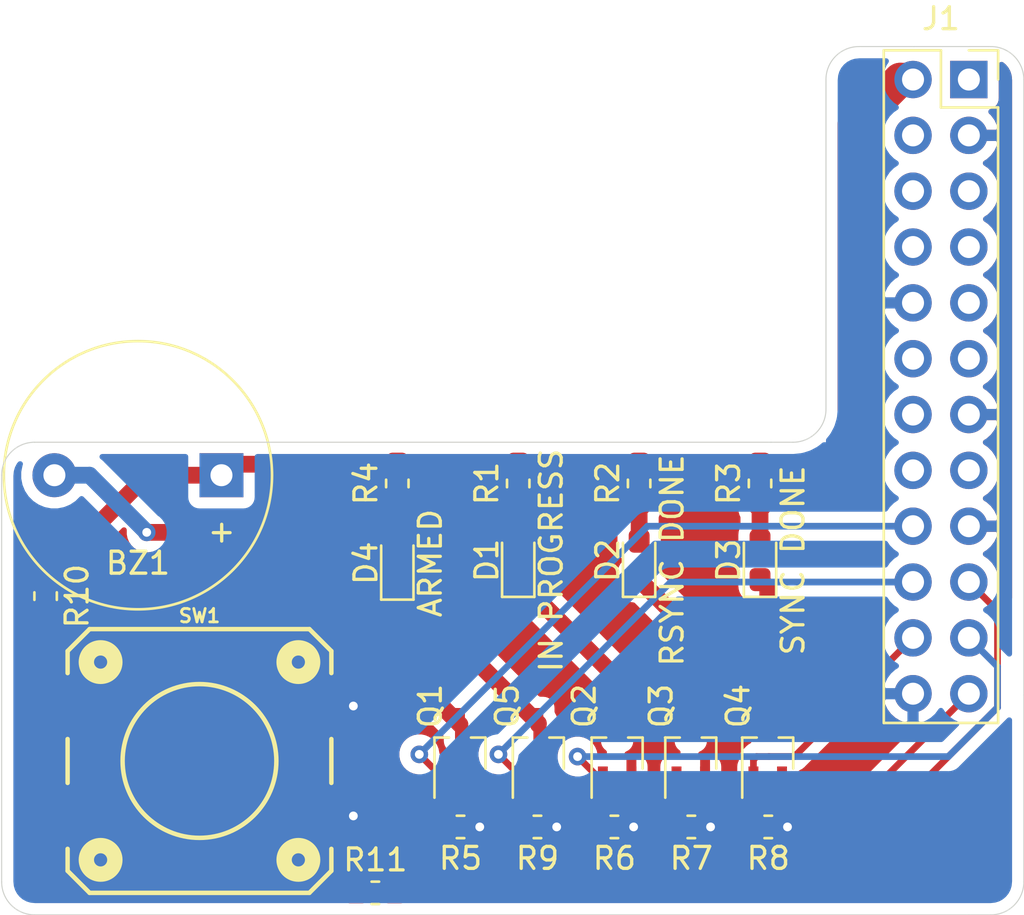
<source format=kicad_pcb>
(kicad_pcb (version 20171130) (host pcbnew "(5.1.10)-1")

  (general
    (thickness 1.6)
    (drawings 17)
    (tracks 97)
    (zones 0)
    (modules 23)
    (nets 31)
  )

  (page A4)
  (layers
    (0 F.Cu signal)
    (31 B.Cu signal)
    (32 B.Adhes user)
    (33 F.Adhes user)
    (34 B.Paste user)
    (35 F.Paste user)
    (36 B.SilkS user)
    (37 F.SilkS user)
    (38 B.Mask user)
    (39 F.Mask user)
    (40 Dwgs.User user)
    (41 Cmts.User user)
    (42 Eco1.User user)
    (43 Eco2.User user)
    (44 Edge.Cuts user)
    (45 Margin user)
    (46 B.CrtYd user)
    (47 F.CrtYd user)
    (48 B.Fab user)
    (49 F.Fab user)
  )

  (setup
    (last_trace_width 0.3048)
    (user_trace_width 0.3048)
    (user_trace_width 0.508)
    (user_trace_width 0.762)
    (user_trace_width 1.524)
    (trace_clearance 0.3)
    (zone_clearance 0.508)
    (zone_45_only no)
    (trace_min 0.2)
    (via_size 0.8)
    (via_drill 0.4)
    (via_min_size 0.4)
    (via_min_drill 0.3)
    (uvia_size 0.3)
    (uvia_drill 0.1)
    (uvias_allowed no)
    (uvia_min_size 0.2)
    (uvia_min_drill 0.1)
    (edge_width 0.05)
    (segment_width 0.2)
    (pcb_text_width 0.3)
    (pcb_text_size 1.5 1.5)
    (mod_edge_width 0.12)
    (mod_text_size 1 1)
    (mod_text_width 0.15)
    (pad_size 1.524 1.524)
    (pad_drill 0.762)
    (pad_to_mask_clearance 0)
    (aux_axis_origin 0 0)
    (visible_elements 7FFFFFFF)
    (pcbplotparams
      (layerselection 0x010fc_ffffffff)
      (usegerberextensions false)
      (usegerberattributes true)
      (usegerberadvancedattributes true)
      (creategerberjobfile true)
      (excludeedgelayer true)
      (linewidth 0.100000)
      (plotframeref false)
      (viasonmask false)
      (mode 1)
      (useauxorigin false)
      (hpglpennumber 1)
      (hpglpenspeed 20)
      (hpglpendiameter 15.000000)
      (psnegative false)
      (psa4output false)
      (plotreference true)
      (plotvalue true)
      (plotinvisibletext false)
      (padsonsilk false)
      (subtractmaskfromsilk false)
      (outputformat 1)
      (mirror false)
      (drillshape 1)
      (scaleselection 1)
      (outputdirectory ""))
  )

  (net 0 "")
  (net 1 3.3V_PIN17)
  (net 2 "Net-(BZ1-Pad2)")
  (net 3 "Net-(D1-Pad1)")
  (net 4 "Net-(D1-Pad2)")
  (net 5 "Net-(D2-Pad2)")
  (net 6 "Net-(D2-Pad1)")
  (net 7 "Net-(D3-Pad1)")
  (net 8 "Net-(D3-Pad2)")
  (net 9 "Net-(D4-Pad2)")
  (net 10 "Net-(D4-Pad1)")
  (net 11 GPIO24_PIN18)
  (net 12 GPIO10_PIN19)
  (net 13 GND_PIN20)
  (net 14 GPIO09_PIN21)
  (net 15 GPIO25_PIN22)
  (net 16 GPIO11_PIN23)
  (net 17 GPIO08_PIN24)
  (net 18 GPIO07_PIN26)
  (net 19 ID_SD_PIN27)
  (net 20 ID_SC_PIN28)
  (net 21 GPIO05_PIN29)
  (net 22 GPIO06_PIN31)
  (net 23 GPIO12_PIN32)
  (net 24 GPIO13_PIN33)
  (net 25 GPIO19_PIN35)
  (net 26 GPIO16_PIN36)
  (net 27 GPIO26_PIN37)
  (net 28 GPIO20_PIN38)
  (net 29 GPIO21_PIN40)
  (net 30 "Net-(R10-Pad2)")

  (net_class Default "This is the default net class."
    (clearance 0.3)
    (trace_width 0.25)
    (via_dia 0.8)
    (via_drill 0.4)
    (uvia_dia 0.3)
    (uvia_drill 0.1)
    (add_net 3.3V_PIN17)
    (add_net GND_PIN20)
    (add_net GPIO05_PIN29)
    (add_net GPIO06_PIN31)
    (add_net GPIO07_PIN26)
    (add_net GPIO08_PIN24)
    (add_net GPIO09_PIN21)
    (add_net GPIO10_PIN19)
    (add_net GPIO11_PIN23)
    (add_net GPIO12_PIN32)
    (add_net GPIO13_PIN33)
    (add_net GPIO16_PIN36)
    (add_net GPIO19_PIN35)
    (add_net GPIO20_PIN38)
    (add_net GPIO21_PIN40)
    (add_net GPIO24_PIN18)
    (add_net GPIO25_PIN22)
    (add_net GPIO26_PIN37)
    (add_net ID_SC_PIN28)
    (add_net ID_SD_PIN27)
    (add_net "Net-(BZ1-Pad2)")
    (add_net "Net-(D1-Pad1)")
    (add_net "Net-(D1-Pad2)")
    (add_net "Net-(D2-Pad1)")
    (add_net "Net-(D2-Pad2)")
    (add_net "Net-(D3-Pad1)")
    (add_net "Net-(D3-Pad2)")
    (add_net "Net-(D4-Pad1)")
    (add_net "Net-(D4-Pad2)")
    (add_net "Net-(R10-Pad2)")
  )

  (module Buzzer_Beeper:Buzzer_12x9.5RM7.6 (layer F.Cu) (tedit 5A030281) (tstamp 6178A39D)
    (at 75 79 180)
    (descr "Generic Buzzer, D12mm height 9.5mm with RM7.6mm")
    (tags buzzer)
    (path /617837A2)
    (fp_text reference BZ1 (at 3.8 -4) (layer F.SilkS)
      (effects (font (size 1 1) (thickness 0.15)))
    )
    (fp_text value Buzzer (at 3.8 7.4) (layer F.Fab)
      (effects (font (size 1 1) (thickness 0.15)))
    )
    (fp_circle (center 3.8 0) (end 10.05 0) (layer F.CrtYd) (width 0.05))
    (fp_circle (center 3.8 0) (end 9.8 0) (layer F.Fab) (width 0.1))
    (fp_circle (center 3.8 0) (end 4.8 0) (layer F.Fab) (width 0.1))
    (fp_circle (center 3.8 0) (end 9.9 0) (layer F.SilkS) (width 0.12))
    (fp_text user + (at -0.01 -2.54) (layer F.Fab)
      (effects (font (size 1 1) (thickness 0.15)))
    )
    (fp_text user + (at -0.01 -2.54) (layer F.SilkS)
      (effects (font (size 1 1) (thickness 0.15)))
    )
    (fp_text user %R (at 3.8 -4) (layer F.Fab)
      (effects (font (size 1 1) (thickness 0.15)))
    )
    (pad 1 thru_hole rect (at 0 0 180) (size 2 2) (drill 1) (layers *.Cu *.Mask)
      (net 1 3.3V_PIN17))
    (pad 2 thru_hole circle (at 7.6 0 180) (size 2 2) (drill 1) (layers *.Cu *.Mask)
      (net 2 "Net-(BZ1-Pad2)"))
    (model ${KISYS3DMOD}/Buzzer_Beeper.3dshapes/Buzzer_12x9.5RM7.6.wrl
      (at (xyz 0 0 0))
      (scale (xyz 1 1 1))
      (rotate (xyz 0 0 0))
    )
  )

  (module LED_SMD:LED_0603_1608Metric_Pad1.05x0.95mm_HandSolder (layer F.Cu) (tedit 5F68FEF1) (tstamp 6178A3B0)
    (at 88.5 82.875 90)
    (descr "LED SMD 0603 (1608 Metric), square (rectangular) end terminal, IPC_7351 nominal, (Body size source: http://www.tortai-tech.com/upload/download/2011102023233369053.pdf), generated with kicad-footprint-generator")
    (tags "LED handsolder")
    (path /6179B955)
    (attr smd)
    (fp_text reference D1 (at 0 -1.43 90) (layer F.SilkS)
      (effects (font (size 1 1) (thickness 0.15)))
    )
    (fp_text value "IN PROGRESS" (at 0 1.5 90) (layer F.SilkS)
      (effects (font (size 1 1) (thickness 0.15)))
    )
    (fp_line (start 0.8 -0.4) (end -0.5 -0.4) (layer F.Fab) (width 0.1))
    (fp_line (start -0.5 -0.4) (end -0.8 -0.1) (layer F.Fab) (width 0.1))
    (fp_line (start -0.8 -0.1) (end -0.8 0.4) (layer F.Fab) (width 0.1))
    (fp_line (start -0.8 0.4) (end 0.8 0.4) (layer F.Fab) (width 0.1))
    (fp_line (start 0.8 0.4) (end 0.8 -0.4) (layer F.Fab) (width 0.1))
    (fp_line (start 0.8 -0.735) (end -1.66 -0.735) (layer F.SilkS) (width 0.12))
    (fp_line (start -1.66 -0.735) (end -1.66 0.735) (layer F.SilkS) (width 0.12))
    (fp_line (start -1.66 0.735) (end 0.8 0.735) (layer F.SilkS) (width 0.12))
    (fp_line (start -1.65 0.73) (end -1.65 -0.73) (layer F.CrtYd) (width 0.05))
    (fp_line (start -1.65 -0.73) (end 1.65 -0.73) (layer F.CrtYd) (width 0.05))
    (fp_line (start 1.65 -0.73) (end 1.65 0.73) (layer F.CrtYd) (width 0.05))
    (fp_line (start 1.65 0.73) (end -1.65 0.73) (layer F.CrtYd) (width 0.05))
    (fp_text user %R (at 0 0 90) (layer F.Fab)
      (effects (font (size 0.4 0.4) (thickness 0.06)))
    )
    (pad 1 smd roundrect (at -0.875 0 90) (size 1.05 0.95) (layers F.Cu F.Paste F.Mask) (roundrect_rratio 0.25)
      (net 3 "Net-(D1-Pad1)"))
    (pad 2 smd roundrect (at 0.875 0 90) (size 1.05 0.95) (layers F.Cu F.Paste F.Mask) (roundrect_rratio 0.25)
      (net 4 "Net-(D1-Pad2)"))
    (model ${KISYS3DMOD}/LED_SMD.3dshapes/LED_0603_1608Metric.wrl
      (at (xyz 0 0 0))
      (scale (xyz 1 1 1))
      (rotate (xyz 0 0 0))
    )
  )

  (module LED_SMD:LED_0603_1608Metric_Pad1.05x0.95mm_HandSolder (layer F.Cu) (tedit 5F68FEF1) (tstamp 6178A3C3)
    (at 94 82.875 90)
    (descr "LED SMD 0603 (1608 Metric), square (rectangular) end terminal, IPC_7351 nominal, (Body size source: http://www.tortai-tech.com/upload/download/2011102023233369053.pdf), generated with kicad-footprint-generator")
    (tags "LED handsolder")
    (path /6179B4A6)
    (attr smd)
    (fp_text reference D2 (at 0 -1.43 90) (layer F.SilkS)
      (effects (font (size 1 1) (thickness 0.15)))
    )
    (fp_text value "RSYNC DONE" (at 0 1.5 90) (layer F.SilkS)
      (effects (font (size 1 1) (thickness 0.15)))
    )
    (fp_line (start 1.65 0.73) (end -1.65 0.73) (layer F.CrtYd) (width 0.05))
    (fp_line (start 1.65 -0.73) (end 1.65 0.73) (layer F.CrtYd) (width 0.05))
    (fp_line (start -1.65 -0.73) (end 1.65 -0.73) (layer F.CrtYd) (width 0.05))
    (fp_line (start -1.65 0.73) (end -1.65 -0.73) (layer F.CrtYd) (width 0.05))
    (fp_line (start -1.66 0.735) (end 0.8 0.735) (layer F.SilkS) (width 0.12))
    (fp_line (start -1.66 -0.735) (end -1.66 0.735) (layer F.SilkS) (width 0.12))
    (fp_line (start 0.8 -0.735) (end -1.66 -0.735) (layer F.SilkS) (width 0.12))
    (fp_line (start 0.8 0.4) (end 0.8 -0.4) (layer F.Fab) (width 0.1))
    (fp_line (start -0.8 0.4) (end 0.8 0.4) (layer F.Fab) (width 0.1))
    (fp_line (start -0.8 -0.1) (end -0.8 0.4) (layer F.Fab) (width 0.1))
    (fp_line (start -0.5 -0.4) (end -0.8 -0.1) (layer F.Fab) (width 0.1))
    (fp_line (start 0.8 -0.4) (end -0.5 -0.4) (layer F.Fab) (width 0.1))
    (fp_text user %R (at 0 0 90) (layer F.Fab)
      (effects (font (size 0.4 0.4) (thickness 0.06)))
    )
    (pad 2 smd roundrect (at 0.875 0 90) (size 1.05 0.95) (layers F.Cu F.Paste F.Mask) (roundrect_rratio 0.25)
      (net 5 "Net-(D2-Pad2)"))
    (pad 1 smd roundrect (at -0.875 0 90) (size 1.05 0.95) (layers F.Cu F.Paste F.Mask) (roundrect_rratio 0.25)
      (net 6 "Net-(D2-Pad1)"))
    (model ${KISYS3DMOD}/LED_SMD.3dshapes/LED_0603_1608Metric.wrl
      (at (xyz 0 0 0))
      (scale (xyz 1 1 1))
      (rotate (xyz 0 0 0))
    )
  )

  (module LED_SMD:LED_0603_1608Metric_Pad1.05x0.95mm_HandSolder (layer F.Cu) (tedit 5F68FEF1) (tstamp 6178A3D6)
    (at 99.5 82.875 90)
    (descr "LED SMD 0603 (1608 Metric), square (rectangular) end terminal, IPC_7351 nominal, (Body size source: http://www.tortai-tech.com/upload/download/2011102023233369053.pdf), generated with kicad-footprint-generator")
    (tags "LED handsolder")
    (path /6179AC5F)
    (attr smd)
    (fp_text reference D3 (at 0 -1.43 90) (layer F.SilkS)
      (effects (font (size 1 1) (thickness 0.15)))
    )
    (fp_text value "SYNC DONE" (at 0 1.5 90) (layer F.SilkS)
      (effects (font (size 1 1) (thickness 0.15)))
    )
    (fp_line (start 0.8 -0.4) (end -0.5 -0.4) (layer F.Fab) (width 0.1))
    (fp_line (start -0.5 -0.4) (end -0.8 -0.1) (layer F.Fab) (width 0.1))
    (fp_line (start -0.8 -0.1) (end -0.8 0.4) (layer F.Fab) (width 0.1))
    (fp_line (start -0.8 0.4) (end 0.8 0.4) (layer F.Fab) (width 0.1))
    (fp_line (start 0.8 0.4) (end 0.8 -0.4) (layer F.Fab) (width 0.1))
    (fp_line (start 0.8 -0.735) (end -1.66 -0.735) (layer F.SilkS) (width 0.12))
    (fp_line (start -1.66 -0.735) (end -1.66 0.735) (layer F.SilkS) (width 0.12))
    (fp_line (start -1.66 0.735) (end 0.8 0.735) (layer F.SilkS) (width 0.12))
    (fp_line (start -1.65 0.73) (end -1.65 -0.73) (layer F.CrtYd) (width 0.05))
    (fp_line (start -1.65 -0.73) (end 1.65 -0.73) (layer F.CrtYd) (width 0.05))
    (fp_line (start 1.65 -0.73) (end 1.65 0.73) (layer F.CrtYd) (width 0.05))
    (fp_line (start 1.65 0.73) (end -1.65 0.73) (layer F.CrtYd) (width 0.05))
    (fp_text user %R (at 0 0 90) (layer F.Fab)
      (effects (font (size 0.4 0.4) (thickness 0.06)))
    )
    (pad 1 smd roundrect (at -0.875 0 90) (size 1.05 0.95) (layers F.Cu F.Paste F.Mask) (roundrect_rratio 0.25)
      (net 7 "Net-(D3-Pad1)"))
    (pad 2 smd roundrect (at 0.875 0 90) (size 1.05 0.95) (layers F.Cu F.Paste F.Mask) (roundrect_rratio 0.25)
      (net 8 "Net-(D3-Pad2)"))
    (model ${KISYS3DMOD}/LED_SMD.3dshapes/LED_0603_1608Metric.wrl
      (at (xyz 0 0 0))
      (scale (xyz 1 1 1))
      (rotate (xyz 0 0 0))
    )
  )

  (module LED_SMD:LED_0603_1608Metric_Pad1.05x0.95mm_HandSolder (layer F.Cu) (tedit 5F68FEF1) (tstamp 6178A3E9)
    (at 83 83 90)
    (descr "LED SMD 0603 (1608 Metric), square (rectangular) end terminal, IPC_7351 nominal, (Body size source: http://www.tortai-tech.com/upload/download/2011102023233369053.pdf), generated with kicad-footprint-generator")
    (tags "LED handsolder")
    (path /61783D27)
    (attr smd)
    (fp_text reference D4 (at 0 -1.43 90) (layer F.SilkS)
      (effects (font (size 1 1) (thickness 0.15)))
    )
    (fp_text value ARMED (at 0 1.5 90) (layer F.SilkS)
      (effects (font (size 1 1) (thickness 0.15)))
    )
    (fp_line (start 1.65 0.73) (end -1.65 0.73) (layer F.CrtYd) (width 0.05))
    (fp_line (start 1.65 -0.73) (end 1.65 0.73) (layer F.CrtYd) (width 0.05))
    (fp_line (start -1.65 -0.73) (end 1.65 -0.73) (layer F.CrtYd) (width 0.05))
    (fp_line (start -1.65 0.73) (end -1.65 -0.73) (layer F.CrtYd) (width 0.05))
    (fp_line (start -1.66 0.735) (end 0.8 0.735) (layer F.SilkS) (width 0.12))
    (fp_line (start -1.66 -0.735) (end -1.66 0.735) (layer F.SilkS) (width 0.12))
    (fp_line (start 0.8 -0.735) (end -1.66 -0.735) (layer F.SilkS) (width 0.12))
    (fp_line (start 0.8 0.4) (end 0.8 -0.4) (layer F.Fab) (width 0.1))
    (fp_line (start -0.8 0.4) (end 0.8 0.4) (layer F.Fab) (width 0.1))
    (fp_line (start -0.8 -0.1) (end -0.8 0.4) (layer F.Fab) (width 0.1))
    (fp_line (start -0.5 -0.4) (end -0.8 -0.1) (layer F.Fab) (width 0.1))
    (fp_line (start 0.8 -0.4) (end -0.5 -0.4) (layer F.Fab) (width 0.1))
    (fp_text user %R (at 0 0 90) (layer F.Fab)
      (effects (font (size 0.4 0.4) (thickness 0.06)))
    )
    (pad 2 smd roundrect (at 0.875 0 90) (size 1.05 0.95) (layers F.Cu F.Paste F.Mask) (roundrect_rratio 0.25)
      (net 9 "Net-(D4-Pad2)"))
    (pad 1 smd roundrect (at -0.875 0 90) (size 1.05 0.95) (layers F.Cu F.Paste F.Mask) (roundrect_rratio 0.25)
      (net 10 "Net-(D4-Pad1)"))
    (model ${KISYS3DMOD}/LED_SMD.3dshapes/LED_0603_1608Metric.wrl
      (at (xyz 0 0 0))
      (scale (xyz 1 1 1))
      (rotate (xyz 0 0 0))
    )
  )

  (module Package_TO_SOT_SMD:SOT-323_SC-70_Handsoldering (layer F.Cu) (tedit 5A02FF57) (tstamp 6178B3B5)
    (at 85.85 91.67 90)
    (descr "SOT-323, SC-70 Handsoldering")
    (tags "SOT-323 SC-70 Handsoldering")
    (path /61806638)
    (attr smd)
    (fp_text reference Q1 (at 2.17 -1.35 90) (layer F.SilkS)
      (effects (font (size 1 1) (thickness 0.15)))
    )
    (fp_text value RU1J002YNTCL (at 0 2.05 90) (layer F.Fab)
      (effects (font (size 1 1) (thickness 0.15)))
    )
    (fp_line (start 0.735 0.5) (end 0.735 1.16) (layer F.SilkS) (width 0.12))
    (fp_line (start 0.735 -1.17) (end 0.735 -0.5) (layer F.SilkS) (width 0.12))
    (fp_line (start 2.4 1.3) (end -2.4 1.3) (layer F.CrtYd) (width 0.05))
    (fp_line (start 2.4 -1.3) (end 2.4 1.3) (layer F.CrtYd) (width 0.05))
    (fp_line (start -2.4 -1.3) (end 2.4 -1.3) (layer F.CrtYd) (width 0.05))
    (fp_line (start -2.4 1.3) (end -2.4 -1.3) (layer F.CrtYd) (width 0.05))
    (fp_line (start 0.735 -1.16) (end -2 -1.16) (layer F.SilkS) (width 0.12))
    (fp_line (start -0.675 1.16) (end 0.735 1.16) (layer F.SilkS) (width 0.12))
    (fp_line (start 0.675 -1.1) (end -0.175 -1.1) (layer F.Fab) (width 0.1))
    (fp_line (start -0.675 -0.6) (end -0.675 1.1) (layer F.Fab) (width 0.1))
    (fp_line (start 0.675 -1.1) (end 0.675 1.1) (layer F.Fab) (width 0.1))
    (fp_line (start 0.675 1.1) (end -0.675 1.1) (layer F.Fab) (width 0.1))
    (fp_line (start -0.175 -1.1) (end -0.675 -0.6) (layer F.Fab) (width 0.1))
    (fp_text user %R (at 0 0) (layer F.Fab)
      (effects (font (size 0.5 0.5) (thickness 0.075)))
    )
    (pad 1 smd rect (at -1.33 -0.65) (size 0.45 1.5) (layers F.Cu F.Paste F.Mask)
      (net 24 GPIO13_PIN33))
    (pad 2 smd rect (at -1.33 0.65) (size 0.45 1.5) (layers F.Cu F.Paste F.Mask)
      (net 13 GND_PIN20))
    (pad 3 smd rect (at 1.33 0) (size 0.45 1.5) (layers F.Cu F.Paste F.Mask)
      (net 2 "Net-(BZ1-Pad2)"))
    (model ${KISYS3DMOD}/Package_TO_SOT_SMD.3dshapes/SOT-323_SC-70.wrl
      (at (xyz 0 0 0))
      (scale (xyz 1 1 1))
      (rotate (xyz 0 0 0))
    )
  )

  (module Package_TO_SOT_SMD:SOT-323_SC-70_Handsoldering (layer F.Cu) (tedit 5A02FF57) (tstamp 6178A443)
    (at 93 91.67 90)
    (descr "SOT-323, SC-70 Handsoldering")
    (tags "SOT-323 SC-70 Handsoldering")
    (path /617BC086)
    (attr smd)
    (fp_text reference Q2 (at 2.17 -1.5 90) (layer F.SilkS)
      (effects (font (size 1 1) (thickness 0.15)))
    )
    (fp_text value RU1J002YNTCL (at 0 2.05 90) (layer F.Fab)
      (effects (font (size 1 1) (thickness 0.15)))
    )
    (fp_line (start -0.175 -1.1) (end -0.675 -0.6) (layer F.Fab) (width 0.1))
    (fp_line (start 0.675 1.1) (end -0.675 1.1) (layer F.Fab) (width 0.1))
    (fp_line (start 0.675 -1.1) (end 0.675 1.1) (layer F.Fab) (width 0.1))
    (fp_line (start -0.675 -0.6) (end -0.675 1.1) (layer F.Fab) (width 0.1))
    (fp_line (start 0.675 -1.1) (end -0.175 -1.1) (layer F.Fab) (width 0.1))
    (fp_line (start -0.675 1.16) (end 0.735 1.16) (layer F.SilkS) (width 0.12))
    (fp_line (start 0.735 -1.16) (end -2 -1.16) (layer F.SilkS) (width 0.12))
    (fp_line (start -2.4 1.3) (end -2.4 -1.3) (layer F.CrtYd) (width 0.05))
    (fp_line (start -2.4 -1.3) (end 2.4 -1.3) (layer F.CrtYd) (width 0.05))
    (fp_line (start 2.4 -1.3) (end 2.4 1.3) (layer F.CrtYd) (width 0.05))
    (fp_line (start 2.4 1.3) (end -2.4 1.3) (layer F.CrtYd) (width 0.05))
    (fp_line (start 0.735 -1.17) (end 0.735 -0.5) (layer F.SilkS) (width 0.12))
    (fp_line (start 0.735 0.5) (end 0.735 1.16) (layer F.SilkS) (width 0.12))
    (fp_text user %R (at 0 0) (layer F.Fab)
      (effects (font (size 0.5 0.5) (thickness 0.075)))
    )
    (pad 3 smd rect (at 1.33 0) (size 0.45 1.5) (layers F.Cu F.Paste F.Mask)
      (net 3 "Net-(D1-Pad1)"))
    (pad 2 smd rect (at -1.33 0.65) (size 0.45 1.5) (layers F.Cu F.Paste F.Mask)
      (net 13 GND_PIN20))
    (pad 1 smd rect (at -1.33 -0.65) (size 0.45 1.5) (layers F.Cu F.Paste F.Mask)
      (net 28 GPIO20_PIN38))
    (model ${KISYS3DMOD}/Package_TO_SOT_SMD.3dshapes/SOT-323_SC-70.wrl
      (at (xyz 0 0 0))
      (scale (xyz 1 1 1))
      (rotate (xyz 0 0 0))
    )
  )

  (module Package_TO_SOT_SMD:SOT-323_SC-70_Handsoldering (layer F.Cu) (tedit 5A02FF57) (tstamp 6178A458)
    (at 96.35 91.67 90)
    (descr "SOT-323, SC-70 Handsoldering")
    (tags "SOT-323 SC-70 Handsoldering")
    (path /617B2809)
    (attr smd)
    (fp_text reference Q3 (at 2.17 -1.35 90) (layer F.SilkS)
      (effects (font (size 1 1) (thickness 0.15)))
    )
    (fp_text value RU1J002YNTCL (at 0 2.05 90) (layer F.Fab)
      (effects (font (size 1 1) (thickness 0.15)))
    )
    (fp_line (start 0.735 0.5) (end 0.735 1.16) (layer F.SilkS) (width 0.12))
    (fp_line (start 0.735 -1.17) (end 0.735 -0.5) (layer F.SilkS) (width 0.12))
    (fp_line (start 2.4 1.3) (end -2.4 1.3) (layer F.CrtYd) (width 0.05))
    (fp_line (start 2.4 -1.3) (end 2.4 1.3) (layer F.CrtYd) (width 0.05))
    (fp_line (start -2.4 -1.3) (end 2.4 -1.3) (layer F.CrtYd) (width 0.05))
    (fp_line (start -2.4 1.3) (end -2.4 -1.3) (layer F.CrtYd) (width 0.05))
    (fp_line (start 0.735 -1.16) (end -2 -1.16) (layer F.SilkS) (width 0.12))
    (fp_line (start -0.675 1.16) (end 0.735 1.16) (layer F.SilkS) (width 0.12))
    (fp_line (start 0.675 -1.1) (end -0.175 -1.1) (layer F.Fab) (width 0.1))
    (fp_line (start -0.675 -0.6) (end -0.675 1.1) (layer F.Fab) (width 0.1))
    (fp_line (start 0.675 -1.1) (end 0.675 1.1) (layer F.Fab) (width 0.1))
    (fp_line (start 0.675 1.1) (end -0.675 1.1) (layer F.Fab) (width 0.1))
    (fp_line (start -0.175 -1.1) (end -0.675 -0.6) (layer F.Fab) (width 0.1))
    (fp_text user %R (at 0 0) (layer F.Fab)
      (effects (font (size 0.5 0.5) (thickness 0.075)))
    )
    (pad 1 smd rect (at -1.33 -0.65) (size 0.45 1.5) (layers F.Cu F.Paste F.Mask)
      (net 29 GPIO21_PIN40))
    (pad 2 smd rect (at -1.33 0.65) (size 0.45 1.5) (layers F.Cu F.Paste F.Mask)
      (net 13 GND_PIN20))
    (pad 3 smd rect (at 1.33 0) (size 0.45 1.5) (layers F.Cu F.Paste F.Mask)
      (net 6 "Net-(D2-Pad1)"))
    (model ${KISYS3DMOD}/Package_TO_SOT_SMD.3dshapes/SOT-323_SC-70.wrl
      (at (xyz 0 0 0))
      (scale (xyz 1 1 1))
      (rotate (xyz 0 0 0))
    )
  )

  (module Package_TO_SOT_SMD:SOT-323_SC-70_Handsoldering (layer F.Cu) (tedit 5A02FF57) (tstamp 6178A46D)
    (at 99.85 91.67 90)
    (descr "SOT-323, SC-70 Handsoldering")
    (tags "SOT-323 SC-70 Handsoldering")
    (path /617AC535)
    (attr smd)
    (fp_text reference Q4 (at 2.17 -1.35 90) (layer F.SilkS)
      (effects (font (size 1 1) (thickness 0.15)))
    )
    (fp_text value RU1J002YNTCL (at 0 2.05 90) (layer F.Fab)
      (effects (font (size 1 1) (thickness 0.15)))
    )
    (fp_line (start -0.175 -1.1) (end -0.675 -0.6) (layer F.Fab) (width 0.1))
    (fp_line (start 0.675 1.1) (end -0.675 1.1) (layer F.Fab) (width 0.1))
    (fp_line (start 0.675 -1.1) (end 0.675 1.1) (layer F.Fab) (width 0.1))
    (fp_line (start -0.675 -0.6) (end -0.675 1.1) (layer F.Fab) (width 0.1))
    (fp_line (start 0.675 -1.1) (end -0.175 -1.1) (layer F.Fab) (width 0.1))
    (fp_line (start -0.675 1.16) (end 0.735 1.16) (layer F.SilkS) (width 0.12))
    (fp_line (start 0.735 -1.16) (end -2 -1.16) (layer F.SilkS) (width 0.12))
    (fp_line (start -2.4 1.3) (end -2.4 -1.3) (layer F.CrtYd) (width 0.05))
    (fp_line (start -2.4 -1.3) (end 2.4 -1.3) (layer F.CrtYd) (width 0.05))
    (fp_line (start 2.4 -1.3) (end 2.4 1.3) (layer F.CrtYd) (width 0.05))
    (fp_line (start 2.4 1.3) (end -2.4 1.3) (layer F.CrtYd) (width 0.05))
    (fp_line (start 0.735 -1.17) (end 0.735 -0.5) (layer F.SilkS) (width 0.12))
    (fp_line (start 0.735 0.5) (end 0.735 1.16) (layer F.SilkS) (width 0.12))
    (fp_text user %R (at 0 0) (layer F.Fab)
      (effects (font (size 0.5 0.5) (thickness 0.075)))
    )
    (pad 3 smd rect (at 1.33 0) (size 0.45 1.5) (layers F.Cu F.Paste F.Mask)
      (net 7 "Net-(D3-Pad1)"))
    (pad 2 smd rect (at -1.33 0.65) (size 0.45 1.5) (layers F.Cu F.Paste F.Mask)
      (net 13 GND_PIN20))
    (pad 1 smd rect (at -1.33 -0.65) (size 0.45 1.5) (layers F.Cu F.Paste F.Mask)
      (net 27 GPIO26_PIN37))
    (model ${KISYS3DMOD}/Package_TO_SOT_SMD.3dshapes/SOT-323_SC-70.wrl
      (at (xyz 0 0 0))
      (scale (xyz 1 1 1))
      (rotate (xyz 0 0 0))
    )
  )

  (module Package_TO_SOT_SMD:SOT-323_SC-70_Handsoldering (layer F.Cu) (tedit 5A02FF57) (tstamp 6178BB4E)
    (at 89.415001 91.67 90)
    (descr "SOT-323, SC-70 Handsoldering")
    (tags "SOT-323 SC-70 Handsoldering")
    (path /617A0E19)
    (attr smd)
    (fp_text reference Q5 (at 2.17 -1.415001 90) (layer F.SilkS)
      (effects (font (size 1 1) (thickness 0.15)))
    )
    (fp_text value RU1J002YNTCL (at 0 2.05 90) (layer F.Fab)
      (effects (font (size 1 1) (thickness 0.15)))
    )
    (fp_line (start 0.735 0.5) (end 0.735 1.16) (layer F.SilkS) (width 0.12))
    (fp_line (start 0.735 -1.17) (end 0.735 -0.5) (layer F.SilkS) (width 0.12))
    (fp_line (start 2.4 1.3) (end -2.4 1.3) (layer F.CrtYd) (width 0.05))
    (fp_line (start 2.4 -1.3) (end 2.4 1.3) (layer F.CrtYd) (width 0.05))
    (fp_line (start -2.4 -1.3) (end 2.4 -1.3) (layer F.CrtYd) (width 0.05))
    (fp_line (start -2.4 1.3) (end -2.4 -1.3) (layer F.CrtYd) (width 0.05))
    (fp_line (start 0.735 -1.16) (end -2 -1.16) (layer F.SilkS) (width 0.12))
    (fp_line (start -0.675 1.16) (end 0.735 1.16) (layer F.SilkS) (width 0.12))
    (fp_line (start 0.675 -1.1) (end -0.175 -1.1) (layer F.Fab) (width 0.1))
    (fp_line (start -0.675 -0.6) (end -0.675 1.1) (layer F.Fab) (width 0.1))
    (fp_line (start 0.675 -1.1) (end 0.675 1.1) (layer F.Fab) (width 0.1))
    (fp_line (start 0.675 1.1) (end -0.675 1.1) (layer F.Fab) (width 0.1))
    (fp_line (start -0.175 -1.1) (end -0.675 -0.6) (layer F.Fab) (width 0.1))
    (fp_text user %R (at 0 0) (layer F.Fab)
      (effects (font (size 0.5 0.5) (thickness 0.075)))
    )
    (pad 1 smd rect (at -1.33 -0.65) (size 0.45 1.5) (layers F.Cu F.Paste F.Mask)
      (net 25 GPIO19_PIN35))
    (pad 2 smd rect (at -1.33 0.65) (size 0.45 1.5) (layers F.Cu F.Paste F.Mask)
      (net 13 GND_PIN20))
    (pad 3 smd rect (at 1.33 0) (size 0.45 1.5) (layers F.Cu F.Paste F.Mask)
      (net 10 "Net-(D4-Pad1)"))
    (model ${KISYS3DMOD}/Package_TO_SOT_SMD.3dshapes/SOT-323_SC-70.wrl
      (at (xyz 0 0 0))
      (scale (xyz 1 1 1))
      (rotate (xyz 0 0 0))
    )
  )

  (module Resistor_SMD:R_0603_1608Metric_Pad1.05x0.95mm_HandSolder (layer F.Cu) (tedit 5B301BBD) (tstamp 6178A493)
    (at 88.5 79.375 90)
    (descr "Resistor SMD 0603 (1608 Metric), square (rectangular) end terminal, IPC_7351 nominal with elongated pad for handsoldering. (Body size source: http://www.tortai-tech.com/upload/download/2011102023233369053.pdf), generated with kicad-footprint-generator")
    (tags "resistor handsolder")
    (path /6179CD95)
    (attr smd)
    (fp_text reference R1 (at 0 -1.43 90) (layer F.SilkS)
      (effects (font (size 1 1) (thickness 0.15)))
    )
    (fp_text value 1K (at 0 1.43 90) (layer F.Fab) hide
      (effects (font (size 1 1) (thickness 0.15)))
    )
    (fp_line (start -0.8 0.4) (end -0.8 -0.4) (layer F.Fab) (width 0.1))
    (fp_line (start -0.8 -0.4) (end 0.8 -0.4) (layer F.Fab) (width 0.1))
    (fp_line (start 0.8 -0.4) (end 0.8 0.4) (layer F.Fab) (width 0.1))
    (fp_line (start 0.8 0.4) (end -0.8 0.4) (layer F.Fab) (width 0.1))
    (fp_line (start -0.171267 -0.51) (end 0.171267 -0.51) (layer F.SilkS) (width 0.12))
    (fp_line (start -0.171267 0.51) (end 0.171267 0.51) (layer F.SilkS) (width 0.12))
    (fp_line (start -1.65 0.73) (end -1.65 -0.73) (layer F.CrtYd) (width 0.05))
    (fp_line (start -1.65 -0.73) (end 1.65 -0.73) (layer F.CrtYd) (width 0.05))
    (fp_line (start 1.65 -0.73) (end 1.65 0.73) (layer F.CrtYd) (width 0.05))
    (fp_line (start 1.65 0.73) (end -1.65 0.73) (layer F.CrtYd) (width 0.05))
    (fp_text user %R (at 0 0 90) (layer F.Fab)
      (effects (font (size 0.4 0.4) (thickness 0.06)))
    )
    (pad 1 smd roundrect (at -0.875 0 90) (size 1.05 0.95) (layers F.Cu F.Paste F.Mask) (roundrect_rratio 0.25)
      (net 4 "Net-(D1-Pad2)"))
    (pad 2 smd roundrect (at 0.875 0 90) (size 1.05 0.95) (layers F.Cu F.Paste F.Mask) (roundrect_rratio 0.25)
      (net 1 3.3V_PIN17))
    (model ${KISYS3DMOD}/Resistor_SMD.3dshapes/R_0603_1608Metric.wrl
      (at (xyz 0 0 0))
      (scale (xyz 1 1 1))
      (rotate (xyz 0 0 0))
    )
  )

  (module Resistor_SMD:R_0603_1608Metric_Pad1.05x0.95mm_HandSolder (layer F.Cu) (tedit 5B301BBD) (tstamp 6178A4A4)
    (at 94 79.375 90)
    (descr "Resistor SMD 0603 (1608 Metric), square (rectangular) end terminal, IPC_7351 nominal with elongated pad for handsoldering. (Body size source: http://www.tortai-tech.com/upload/download/2011102023233369053.pdf), generated with kicad-footprint-generator")
    (tags "resistor handsolder")
    (path /6179CA29)
    (attr smd)
    (fp_text reference R2 (at 0 -1.43 90) (layer F.SilkS)
      (effects (font (size 1 1) (thickness 0.15)))
    )
    (fp_text value 1K (at 0 1.43 90) (layer F.Fab) hide
      (effects (font (size 1 1) (thickness 0.15)))
    )
    (fp_line (start -0.8 0.4) (end -0.8 -0.4) (layer F.Fab) (width 0.1))
    (fp_line (start -0.8 -0.4) (end 0.8 -0.4) (layer F.Fab) (width 0.1))
    (fp_line (start 0.8 -0.4) (end 0.8 0.4) (layer F.Fab) (width 0.1))
    (fp_line (start 0.8 0.4) (end -0.8 0.4) (layer F.Fab) (width 0.1))
    (fp_line (start -0.171267 -0.51) (end 0.171267 -0.51) (layer F.SilkS) (width 0.12))
    (fp_line (start -0.171267 0.51) (end 0.171267 0.51) (layer F.SilkS) (width 0.12))
    (fp_line (start -1.65 0.73) (end -1.65 -0.73) (layer F.CrtYd) (width 0.05))
    (fp_line (start -1.65 -0.73) (end 1.65 -0.73) (layer F.CrtYd) (width 0.05))
    (fp_line (start 1.65 -0.73) (end 1.65 0.73) (layer F.CrtYd) (width 0.05))
    (fp_line (start 1.65 0.73) (end -1.65 0.73) (layer F.CrtYd) (width 0.05))
    (fp_text user %R (at 0 0 90) (layer F.Fab)
      (effects (font (size 0.4 0.4) (thickness 0.06)))
    )
    (pad 1 smd roundrect (at -0.875 0 90) (size 1.05 0.95) (layers F.Cu F.Paste F.Mask) (roundrect_rratio 0.25)
      (net 5 "Net-(D2-Pad2)"))
    (pad 2 smd roundrect (at 0.875 0 90) (size 1.05 0.95) (layers F.Cu F.Paste F.Mask) (roundrect_rratio 0.25)
      (net 1 3.3V_PIN17))
    (model ${KISYS3DMOD}/Resistor_SMD.3dshapes/R_0603_1608Metric.wrl
      (at (xyz 0 0 0))
      (scale (xyz 1 1 1))
      (rotate (xyz 0 0 0))
    )
  )

  (module Resistor_SMD:R_0603_1608Metric_Pad1.05x0.95mm_HandSolder (layer F.Cu) (tedit 5B301BBD) (tstamp 6178A4B5)
    (at 99.5 79.375 90)
    (descr "Resistor SMD 0603 (1608 Metric), square (rectangular) end terminal, IPC_7351 nominal with elongated pad for handsoldering. (Body size source: http://www.tortai-tech.com/upload/download/2011102023233369053.pdf), generated with kicad-footprint-generator")
    (tags "resistor handsolder")
    (path /6179C6DA)
    (attr smd)
    (fp_text reference R3 (at 0 -1.43 90) (layer F.SilkS)
      (effects (font (size 1 1) (thickness 0.15)))
    )
    (fp_text value 1K (at 0 1.43 90) (layer F.Fab) hide
      (effects (font (size 1 1) (thickness 0.15)))
    )
    (fp_line (start 1.65 0.73) (end -1.65 0.73) (layer F.CrtYd) (width 0.05))
    (fp_line (start 1.65 -0.73) (end 1.65 0.73) (layer F.CrtYd) (width 0.05))
    (fp_line (start -1.65 -0.73) (end 1.65 -0.73) (layer F.CrtYd) (width 0.05))
    (fp_line (start -1.65 0.73) (end -1.65 -0.73) (layer F.CrtYd) (width 0.05))
    (fp_line (start -0.171267 0.51) (end 0.171267 0.51) (layer F.SilkS) (width 0.12))
    (fp_line (start -0.171267 -0.51) (end 0.171267 -0.51) (layer F.SilkS) (width 0.12))
    (fp_line (start 0.8 0.4) (end -0.8 0.4) (layer F.Fab) (width 0.1))
    (fp_line (start 0.8 -0.4) (end 0.8 0.4) (layer F.Fab) (width 0.1))
    (fp_line (start -0.8 -0.4) (end 0.8 -0.4) (layer F.Fab) (width 0.1))
    (fp_line (start -0.8 0.4) (end -0.8 -0.4) (layer F.Fab) (width 0.1))
    (fp_text user %R (at 0 0 90) (layer F.Fab)
      (effects (font (size 0.4 0.4) (thickness 0.06)))
    )
    (pad 2 smd roundrect (at 0.875 0 90) (size 1.05 0.95) (layers F.Cu F.Paste F.Mask) (roundrect_rratio 0.25)
      (net 1 3.3V_PIN17))
    (pad 1 smd roundrect (at -0.875 0 90) (size 1.05 0.95) (layers F.Cu F.Paste F.Mask) (roundrect_rratio 0.25)
      (net 8 "Net-(D3-Pad2)"))
    (model ${KISYS3DMOD}/Resistor_SMD.3dshapes/R_0603_1608Metric.wrl
      (at (xyz 0 0 0))
      (scale (xyz 1 1 1))
      (rotate (xyz 0 0 0))
    )
  )

  (module Resistor_SMD:R_0603_1608Metric_Pad1.05x0.95mm_HandSolder (layer F.Cu) (tedit 5B301BBD) (tstamp 6178A4C6)
    (at 83 79.375 90)
    (descr "Resistor SMD 0603 (1608 Metric), square (rectangular) end terminal, IPC_7351 nominal with elongated pad for handsoldering. (Body size source: http://www.tortai-tech.com/upload/download/2011102023233369053.pdf), generated with kicad-footprint-generator")
    (tags "resistor handsolder")
    (path /6179BE67)
    (attr smd)
    (fp_text reference R4 (at 0 -1.43 90) (layer F.SilkS)
      (effects (font (size 1 1) (thickness 0.15)))
    )
    (fp_text value 1K (at 0 1.43 90) (layer F.Fab) hide
      (effects (font (size 1 1) (thickness 0.15)))
    )
    (fp_line (start -0.8 0.4) (end -0.8 -0.4) (layer F.Fab) (width 0.1))
    (fp_line (start -0.8 -0.4) (end 0.8 -0.4) (layer F.Fab) (width 0.1))
    (fp_line (start 0.8 -0.4) (end 0.8 0.4) (layer F.Fab) (width 0.1))
    (fp_line (start 0.8 0.4) (end -0.8 0.4) (layer F.Fab) (width 0.1))
    (fp_line (start -0.171267 -0.51) (end 0.171267 -0.51) (layer F.SilkS) (width 0.12))
    (fp_line (start -0.171267 0.51) (end 0.171267 0.51) (layer F.SilkS) (width 0.12))
    (fp_line (start -1.65 0.73) (end -1.65 -0.73) (layer F.CrtYd) (width 0.05))
    (fp_line (start -1.65 -0.73) (end 1.65 -0.73) (layer F.CrtYd) (width 0.05))
    (fp_line (start 1.65 -0.73) (end 1.65 0.73) (layer F.CrtYd) (width 0.05))
    (fp_line (start 1.65 0.73) (end -1.65 0.73) (layer F.CrtYd) (width 0.05))
    (fp_text user %R (at 0 0 90) (layer F.Fab)
      (effects (font (size 0.4 0.4) (thickness 0.06)))
    )
    (pad 1 smd roundrect (at -0.875 0 90) (size 1.05 0.95) (layers F.Cu F.Paste F.Mask) (roundrect_rratio 0.25)
      (net 9 "Net-(D4-Pad2)"))
    (pad 2 smd roundrect (at 0.875 0 90) (size 1.05 0.95) (layers F.Cu F.Paste F.Mask) (roundrect_rratio 0.25)
      (net 1 3.3V_PIN17))
    (model ${KISYS3DMOD}/Resistor_SMD.3dshapes/R_0603_1608Metric.wrl
      (at (xyz 0 0 0))
      (scale (xyz 1 1 1))
      (rotate (xyz 0 0 0))
    )
  )

  (module Resistor_SMD:R_0603_1608Metric_Pad1.05x0.95mm_HandSolder (layer F.Cu) (tedit 5B301BBD) (tstamp 6178A4D7)
    (at 85.875 95 180)
    (descr "Resistor SMD 0603 (1608 Metric), square (rectangular) end terminal, IPC_7351 nominal with elongated pad for handsoldering. (Body size source: http://www.tortai-tech.com/upload/download/2011102023233369053.pdf), generated with kicad-footprint-generator")
    (tags "resistor handsolder")
    (path /61806647)
    (attr smd)
    (fp_text reference R5 (at 0 -1.43) (layer F.SilkS)
      (effects (font (size 1 1) (thickness 0.15)))
    )
    (fp_text value 10K (at 0 1.43) (layer F.Fab)
      (effects (font (size 1 1) (thickness 0.15)))
    )
    (fp_line (start 1.65 0.73) (end -1.65 0.73) (layer F.CrtYd) (width 0.05))
    (fp_line (start 1.65 -0.73) (end 1.65 0.73) (layer F.CrtYd) (width 0.05))
    (fp_line (start -1.65 -0.73) (end 1.65 -0.73) (layer F.CrtYd) (width 0.05))
    (fp_line (start -1.65 0.73) (end -1.65 -0.73) (layer F.CrtYd) (width 0.05))
    (fp_line (start -0.171267 0.51) (end 0.171267 0.51) (layer F.SilkS) (width 0.12))
    (fp_line (start -0.171267 -0.51) (end 0.171267 -0.51) (layer F.SilkS) (width 0.12))
    (fp_line (start 0.8 0.4) (end -0.8 0.4) (layer F.Fab) (width 0.1))
    (fp_line (start 0.8 -0.4) (end 0.8 0.4) (layer F.Fab) (width 0.1))
    (fp_line (start -0.8 -0.4) (end 0.8 -0.4) (layer F.Fab) (width 0.1))
    (fp_line (start -0.8 0.4) (end -0.8 -0.4) (layer F.Fab) (width 0.1))
    (fp_text user %R (at 0 0) (layer F.Fab)
      (effects (font (size 0.4 0.4) (thickness 0.06)))
    )
    (pad 2 smd roundrect (at 0.875 0 180) (size 1.05 0.95) (layers F.Cu F.Paste F.Mask) (roundrect_rratio 0.25)
      (net 24 GPIO13_PIN33))
    (pad 1 smd roundrect (at -0.875 0 180) (size 1.05 0.95) (layers F.Cu F.Paste F.Mask) (roundrect_rratio 0.25)
      (net 13 GND_PIN20))
    (model ${KISYS3DMOD}/Resistor_SMD.3dshapes/R_0603_1608Metric.wrl
      (at (xyz 0 0 0))
      (scale (xyz 1 1 1))
      (rotate (xyz 0 0 0))
    )
  )

  (module Resistor_SMD:R_0603_1608Metric_Pad1.05x0.95mm_HandSolder (layer F.Cu) (tedit 5B301BBD) (tstamp 6178A4E8)
    (at 92.875 95 180)
    (descr "Resistor SMD 0603 (1608 Metric), square (rectangular) end terminal, IPC_7351 nominal with elongated pad for handsoldering. (Body size source: http://www.tortai-tech.com/upload/download/2011102023233369053.pdf), generated with kicad-footprint-generator")
    (tags "resistor handsolder")
    (path /617CDEB9)
    (attr smd)
    (fp_text reference R6 (at 0 -1.43) (layer F.SilkS)
      (effects (font (size 1 1) (thickness 0.15)))
    )
    (fp_text value 10K (at 0 1.43) (layer F.Fab)
      (effects (font (size 1 1) (thickness 0.15)))
    )
    (fp_line (start 1.65 0.73) (end -1.65 0.73) (layer F.CrtYd) (width 0.05))
    (fp_line (start 1.65 -0.73) (end 1.65 0.73) (layer F.CrtYd) (width 0.05))
    (fp_line (start -1.65 -0.73) (end 1.65 -0.73) (layer F.CrtYd) (width 0.05))
    (fp_line (start -1.65 0.73) (end -1.65 -0.73) (layer F.CrtYd) (width 0.05))
    (fp_line (start -0.171267 0.51) (end 0.171267 0.51) (layer F.SilkS) (width 0.12))
    (fp_line (start -0.171267 -0.51) (end 0.171267 -0.51) (layer F.SilkS) (width 0.12))
    (fp_line (start 0.8 0.4) (end -0.8 0.4) (layer F.Fab) (width 0.1))
    (fp_line (start 0.8 -0.4) (end 0.8 0.4) (layer F.Fab) (width 0.1))
    (fp_line (start -0.8 -0.4) (end 0.8 -0.4) (layer F.Fab) (width 0.1))
    (fp_line (start -0.8 0.4) (end -0.8 -0.4) (layer F.Fab) (width 0.1))
    (fp_text user %R (at 0 0) (layer F.Fab)
      (effects (font (size 0.4 0.4) (thickness 0.06)))
    )
    (pad 2 smd roundrect (at 0.875 0 180) (size 1.05 0.95) (layers F.Cu F.Paste F.Mask) (roundrect_rratio 0.25)
      (net 28 GPIO20_PIN38))
    (pad 1 smd roundrect (at -0.875 0 180) (size 1.05 0.95) (layers F.Cu F.Paste F.Mask) (roundrect_rratio 0.25)
      (net 13 GND_PIN20))
    (model ${KISYS3DMOD}/Resistor_SMD.3dshapes/R_0603_1608Metric.wrl
      (at (xyz 0 0 0))
      (scale (xyz 1 1 1))
      (rotate (xyz 0 0 0))
    )
  )

  (module Resistor_SMD:R_0603_1608Metric_Pad1.05x0.95mm_HandSolder (layer F.Cu) (tedit 5B301BBD) (tstamp 6178A4F9)
    (at 96.375 95 180)
    (descr "Resistor SMD 0603 (1608 Metric), square (rectangular) end terminal, IPC_7351 nominal with elongated pad for handsoldering. (Body size source: http://www.tortai-tech.com/upload/download/2011102023233369053.pdf), generated with kicad-footprint-generator")
    (tags "resistor handsolder")
    (path /617CE982)
    (attr smd)
    (fp_text reference R7 (at 0 -1.43) (layer F.SilkS)
      (effects (font (size 1 1) (thickness 0.15)))
    )
    (fp_text value 10K (at 0 1.43) (layer F.Fab)
      (effects (font (size 1 1) (thickness 0.15)))
    )
    (fp_line (start -0.8 0.4) (end -0.8 -0.4) (layer F.Fab) (width 0.1))
    (fp_line (start -0.8 -0.4) (end 0.8 -0.4) (layer F.Fab) (width 0.1))
    (fp_line (start 0.8 -0.4) (end 0.8 0.4) (layer F.Fab) (width 0.1))
    (fp_line (start 0.8 0.4) (end -0.8 0.4) (layer F.Fab) (width 0.1))
    (fp_line (start -0.171267 -0.51) (end 0.171267 -0.51) (layer F.SilkS) (width 0.12))
    (fp_line (start -0.171267 0.51) (end 0.171267 0.51) (layer F.SilkS) (width 0.12))
    (fp_line (start -1.65 0.73) (end -1.65 -0.73) (layer F.CrtYd) (width 0.05))
    (fp_line (start -1.65 -0.73) (end 1.65 -0.73) (layer F.CrtYd) (width 0.05))
    (fp_line (start 1.65 -0.73) (end 1.65 0.73) (layer F.CrtYd) (width 0.05))
    (fp_line (start 1.65 0.73) (end -1.65 0.73) (layer F.CrtYd) (width 0.05))
    (fp_text user %R (at 0 0) (layer F.Fab)
      (effects (font (size 0.4 0.4) (thickness 0.06)))
    )
    (pad 1 smd roundrect (at -0.875 0 180) (size 1.05 0.95) (layers F.Cu F.Paste F.Mask) (roundrect_rratio 0.25)
      (net 13 GND_PIN20))
    (pad 2 smd roundrect (at 0.875 0 180) (size 1.05 0.95) (layers F.Cu F.Paste F.Mask) (roundrect_rratio 0.25)
      (net 29 GPIO21_PIN40))
    (model ${KISYS3DMOD}/Resistor_SMD.3dshapes/R_0603_1608Metric.wrl
      (at (xyz 0 0 0))
      (scale (xyz 1 1 1))
      (rotate (xyz 0 0 0))
    )
  )

  (module Resistor_SMD:R_0603_1608Metric_Pad1.05x0.95mm_HandSolder (layer F.Cu) (tedit 5B301BBD) (tstamp 6178A50A)
    (at 99.875 95 180)
    (descr "Resistor SMD 0603 (1608 Metric), square (rectangular) end terminal, IPC_7351 nominal with elongated pad for handsoldering. (Body size source: http://www.tortai-tech.com/upload/download/2011102023233369053.pdf), generated with kicad-footprint-generator")
    (tags "resistor handsolder")
    (path /617CEFBF)
    (attr smd)
    (fp_text reference R8 (at 0 -1.43) (layer F.SilkS)
      (effects (font (size 1 1) (thickness 0.15)))
    )
    (fp_text value 10K (at 0 1.43) (layer F.Fab)
      (effects (font (size 1 1) (thickness 0.15)))
    )
    (fp_line (start 1.65 0.73) (end -1.65 0.73) (layer F.CrtYd) (width 0.05))
    (fp_line (start 1.65 -0.73) (end 1.65 0.73) (layer F.CrtYd) (width 0.05))
    (fp_line (start -1.65 -0.73) (end 1.65 -0.73) (layer F.CrtYd) (width 0.05))
    (fp_line (start -1.65 0.73) (end -1.65 -0.73) (layer F.CrtYd) (width 0.05))
    (fp_line (start -0.171267 0.51) (end 0.171267 0.51) (layer F.SilkS) (width 0.12))
    (fp_line (start -0.171267 -0.51) (end 0.171267 -0.51) (layer F.SilkS) (width 0.12))
    (fp_line (start 0.8 0.4) (end -0.8 0.4) (layer F.Fab) (width 0.1))
    (fp_line (start 0.8 -0.4) (end 0.8 0.4) (layer F.Fab) (width 0.1))
    (fp_line (start -0.8 -0.4) (end 0.8 -0.4) (layer F.Fab) (width 0.1))
    (fp_line (start -0.8 0.4) (end -0.8 -0.4) (layer F.Fab) (width 0.1))
    (fp_text user %R (at 0 0) (layer F.Fab)
      (effects (font (size 0.4 0.4) (thickness 0.06)))
    )
    (pad 2 smd roundrect (at 0.875 0 180) (size 1.05 0.95) (layers F.Cu F.Paste F.Mask) (roundrect_rratio 0.25)
      (net 27 GPIO26_PIN37))
    (pad 1 smd roundrect (at -0.875 0 180) (size 1.05 0.95) (layers F.Cu F.Paste F.Mask) (roundrect_rratio 0.25)
      (net 13 GND_PIN20))
    (model ${KISYS3DMOD}/Resistor_SMD.3dshapes/R_0603_1608Metric.wrl
      (at (xyz 0 0 0))
      (scale (xyz 1 1 1))
      (rotate (xyz 0 0 0))
    )
  )

  (module Resistor_SMD:R_0603_1608Metric_Pad1.05x0.95mm_HandSolder (layer F.Cu) (tedit 5B301BBD) (tstamp 6178BB86)
    (at 89.375 95 180)
    (descr "Resistor SMD 0603 (1608 Metric), square (rectangular) end terminal, IPC_7351 nominal with elongated pad for handsoldering. (Body size source: http://www.tortai-tech.com/upload/download/2011102023233369053.pdf), generated with kicad-footprint-generator")
    (tags "resistor handsolder")
    (path /617CF487)
    (attr smd)
    (fp_text reference R9 (at 0 -1.43) (layer F.SilkS)
      (effects (font (size 1 1) (thickness 0.15)))
    )
    (fp_text value 10K (at 0 1.43) (layer F.Fab)
      (effects (font (size 1 1) (thickness 0.15)))
    )
    (fp_line (start -0.8 0.4) (end -0.8 -0.4) (layer F.Fab) (width 0.1))
    (fp_line (start -0.8 -0.4) (end 0.8 -0.4) (layer F.Fab) (width 0.1))
    (fp_line (start 0.8 -0.4) (end 0.8 0.4) (layer F.Fab) (width 0.1))
    (fp_line (start 0.8 0.4) (end -0.8 0.4) (layer F.Fab) (width 0.1))
    (fp_line (start -0.171267 -0.51) (end 0.171267 -0.51) (layer F.SilkS) (width 0.12))
    (fp_line (start -0.171267 0.51) (end 0.171267 0.51) (layer F.SilkS) (width 0.12))
    (fp_line (start -1.65 0.73) (end -1.65 -0.73) (layer F.CrtYd) (width 0.05))
    (fp_line (start -1.65 -0.73) (end 1.65 -0.73) (layer F.CrtYd) (width 0.05))
    (fp_line (start 1.65 -0.73) (end 1.65 0.73) (layer F.CrtYd) (width 0.05))
    (fp_line (start 1.65 0.73) (end -1.65 0.73) (layer F.CrtYd) (width 0.05))
    (fp_text user %R (at 0 0) (layer F.Fab)
      (effects (font (size 0.4 0.4) (thickness 0.06)))
    )
    (pad 1 smd roundrect (at -0.875 0 180) (size 1.05 0.95) (layers F.Cu F.Paste F.Mask) (roundrect_rratio 0.25)
      (net 13 GND_PIN20))
    (pad 2 smd roundrect (at 0.875 0 180) (size 1.05 0.95) (layers F.Cu F.Paste F.Mask) (roundrect_rratio 0.25)
      (net 25 GPIO19_PIN35))
    (model ${KISYS3DMOD}/Resistor_SMD.3dshapes/R_0603_1608Metric.wrl
      (at (xyz 0 0 0))
      (scale (xyz 1 1 1))
      (rotate (xyz 0 0 0))
    )
  )

  (module Resistor_SMD:R_0603_1608Metric_Pad1.05x0.95mm_HandSolder (layer F.Cu) (tedit 5B301BBD) (tstamp 6178A52C)
    (at 67 84.5 270)
    (descr "Resistor SMD 0603 (1608 Metric), square (rectangular) end terminal, IPC_7351 nominal with elongated pad for handsoldering. (Body size source: http://www.tortai-tech.com/upload/download/2011102023233369053.pdf), generated with kicad-footprint-generator")
    (tags "resistor handsolder")
    (path /61784DE5)
    (attr smd)
    (fp_text reference R10 (at 0 -1.43 90) (layer F.SilkS)
      (effects (font (size 1 1) (thickness 0.15)))
    )
    (fp_text value 10K (at 0 1.43 90) (layer F.Fab) hide
      (effects (font (size 1 1) (thickness 0.15)))
    )
    (fp_line (start -0.8 0.4) (end -0.8 -0.4) (layer F.Fab) (width 0.1))
    (fp_line (start -0.8 -0.4) (end 0.8 -0.4) (layer F.Fab) (width 0.1))
    (fp_line (start 0.8 -0.4) (end 0.8 0.4) (layer F.Fab) (width 0.1))
    (fp_line (start 0.8 0.4) (end -0.8 0.4) (layer F.Fab) (width 0.1))
    (fp_line (start -0.171267 -0.51) (end 0.171267 -0.51) (layer F.SilkS) (width 0.12))
    (fp_line (start -0.171267 0.51) (end 0.171267 0.51) (layer F.SilkS) (width 0.12))
    (fp_line (start -1.65 0.73) (end -1.65 -0.73) (layer F.CrtYd) (width 0.05))
    (fp_line (start -1.65 -0.73) (end 1.65 -0.73) (layer F.CrtYd) (width 0.05))
    (fp_line (start 1.65 -0.73) (end 1.65 0.73) (layer F.CrtYd) (width 0.05))
    (fp_line (start 1.65 0.73) (end -1.65 0.73) (layer F.CrtYd) (width 0.05))
    (fp_text user %R (at 0 0 90) (layer F.Fab)
      (effects (font (size 0.4 0.4) (thickness 0.06)))
    )
    (pad 1 smd roundrect (at -0.875 0 270) (size 1.05 0.95) (layers F.Cu F.Paste F.Mask) (roundrect_rratio 0.25)
      (net 1 3.3V_PIN17))
    (pad 2 smd roundrect (at 0.875 0 270) (size 1.05 0.95) (layers F.Cu F.Paste F.Mask) (roundrect_rratio 0.25)
      (net 30 "Net-(R10-Pad2)"))
    (model ${KISYS3DMOD}/Resistor_SMD.3dshapes/R_0603_1608Metric.wrl
      (at (xyz 0 0 0))
      (scale (xyz 1 1 1))
      (rotate (xyz 0 0 0))
    )
  )

  (module Resistor_SMD:R_0603_1608Metric_Pad1.05x0.95mm_HandSolder (layer F.Cu) (tedit 5B301BBD) (tstamp 6178A53D)
    (at 82 98 180)
    (descr "Resistor SMD 0603 (1608 Metric), square (rectangular) end terminal, IPC_7351 nominal with elongated pad for handsoldering. (Body size source: http://www.tortai-tech.com/upload/download/2011102023233369053.pdf), generated with kicad-footprint-generator")
    (tags "resistor handsolder")
    (path /61791DDA)
    (attr smd)
    (fp_text reference R11 (at 0 1.5) (layer F.SilkS)
      (effects (font (size 1 1) (thickness 0.15)))
    )
    (fp_text value 1K (at 0 1.43) (layer F.Fab) hide
      (effects (font (size 1 1) (thickness 0.15)))
    )
    (fp_line (start 1.65 0.73) (end -1.65 0.73) (layer F.CrtYd) (width 0.05))
    (fp_line (start 1.65 -0.73) (end 1.65 0.73) (layer F.CrtYd) (width 0.05))
    (fp_line (start -1.65 -0.73) (end 1.65 -0.73) (layer F.CrtYd) (width 0.05))
    (fp_line (start -1.65 0.73) (end -1.65 -0.73) (layer F.CrtYd) (width 0.05))
    (fp_line (start -0.171267 0.51) (end 0.171267 0.51) (layer F.SilkS) (width 0.12))
    (fp_line (start -0.171267 -0.51) (end 0.171267 -0.51) (layer F.SilkS) (width 0.12))
    (fp_line (start 0.8 0.4) (end -0.8 0.4) (layer F.Fab) (width 0.1))
    (fp_line (start 0.8 -0.4) (end 0.8 0.4) (layer F.Fab) (width 0.1))
    (fp_line (start -0.8 -0.4) (end 0.8 -0.4) (layer F.Fab) (width 0.1))
    (fp_line (start -0.8 0.4) (end -0.8 -0.4) (layer F.Fab) (width 0.1))
    (fp_text user %R (at 0 0) (layer F.Fab)
      (effects (font (size 0.4 0.4) (thickness 0.06)))
    )
    (pad 2 smd roundrect (at 0.875 0 180) (size 1.05 0.95) (layers F.Cu F.Paste F.Mask) (roundrect_rratio 0.25)
      (net 30 "Net-(R10-Pad2)"))
    (pad 1 smd roundrect (at -0.875 0 180) (size 1.05 0.95) (layers F.Cu F.Paste F.Mask) (roundrect_rratio 0.25)
      (net 26 GPIO16_PIN36))
    (model ${KISYS3DMOD}/Resistor_SMD.3dshapes/R_0603_1608Metric.wrl
      (at (xyz 0 0 0))
      (scale (xyz 1 1 1))
      (rotate (xyz 0 0 0))
    )
  )

  (module Switches:TACTILE_SWITCH_SMD_12MM (layer F.Cu) (tedit 200000) (tstamp 6178A559)
    (at 74 92)
    (descr "MOMENTARY SWITCH (PUSHBUTTON) - SPST - SMD, 12MM SQUARE")
    (tags "MOMENTARY SWITCH (PUSHBUTTON) - SPST - SMD, 12MM SQUARE")
    (path /617844B8)
    (attr smd)
    (fp_text reference SW1 (at 0 -6.604) (layer F.SilkS)
      (effects (font (size 0.6096 0.6096) (thickness 0.127)))
    )
    (fp_text value SW_Push_Dual (at 0 6.604) (layer F.SilkS) hide
      (effects (font (size 0.6096 0.6096) (thickness 0.127)))
    )
    (fp_line (start 4.99872 1.29794) (end 4.99872 0.6985) (layer Dwgs.User) (width 0.2032))
    (fp_line (start 4.99872 0.6985) (end 4.49834 0.19812) (layer Dwgs.User) (width 0.2032))
    (fp_line (start 4.99872 -0.19812) (end 4.99872 -0.99822) (layer Dwgs.User) (width 0.2032))
    (fp_line (start -5.99948 -3.99796) (end -5.99948 -4.99872) (layer F.SilkS) (width 0.2032))
    (fp_line (start -4.99872 -5.99948) (end 4.99872 -5.99948) (layer F.SilkS) (width 0.2032))
    (fp_line (start 5.99948 -4.99872) (end 5.99948 -3.99796) (layer F.SilkS) (width 0.2032))
    (fp_line (start 5.99948 -0.99822) (end 5.99948 0.99822) (layer F.SilkS) (width 0.2032))
    (fp_line (start 5.99948 3.99796) (end 5.99948 4.99872) (layer F.SilkS) (width 0.2032))
    (fp_line (start 4.99872 5.99948) (end -4.99872 5.99948) (layer F.SilkS) (width 0.2032))
    (fp_line (start -5.99948 4.99872) (end -5.99948 3.99796) (layer F.SilkS) (width 0.2032))
    (fp_line (start -5.99948 0.99822) (end -5.99948 -0.99822) (layer F.SilkS) (width 0.2032))
    (fp_line (start -5.99948 4.99872) (end -4.99872 5.99948) (layer F.SilkS) (width 0.2032))
    (fp_line (start 5.99948 4.99872) (end 4.99872 5.99948) (layer F.SilkS) (width 0.2032))
    (fp_line (start 5.99948 -4.99872) (end 4.99872 -5.99948) (layer F.SilkS) (width 0.2032))
    (fp_line (start -4.99872 -5.99948) (end -5.99948 -4.99872) (layer F.SilkS) (width 0.2032))
    (fp_circle (center 0 0) (end 0 -3.49758) (layer F.SilkS) (width 0.2032))
    (fp_circle (center -4.49834 -4.49834) (end -4.49834 -4.79806) (layer F.SilkS) (width 0.6985))
    (fp_circle (center 4.49834 -4.49834) (end 4.49834 -4.79806) (layer F.SilkS) (width 0.6985))
    (fp_circle (center 4.49834 4.49834) (end 4.49834 4.19862) (layer F.SilkS) (width 0.6985))
    (fp_circle (center -4.49834 4.49834) (end -4.49834 4.19862) (layer F.SilkS) (width 0.6985))
    (pad 1 smd rect (at 6.97484 2.49936) (size 1.59766 1.5494) (layers F.Cu F.Paste F.Mask)
      (net 13 GND_PIN20) (solder_mask_margin 0.1016))
    (pad 2 smd rect (at -6.97484 2.49936) (size 1.59766 1.5494) (layers F.Cu F.Paste F.Mask)
      (net 30 "Net-(R10-Pad2)") (solder_mask_margin 0.1016))
    (pad 3 smd rect (at 6.97484 -2.49936) (size 1.59766 1.5494) (layers F.Cu F.Paste F.Mask)
      (net 13 GND_PIN20) (solder_mask_margin 0.1016))
    (pad 4 smd rect (at -6.97484 -2.49936) (size 1.59766 1.5494) (layers F.Cu F.Paste F.Mask)
      (net 30 "Net-(R10-Pad2)") (solder_mask_margin 0.1016))
  )

  (module Connector_PinSocket_2.54mm:PinSocket_2x12_P2.54mm_Vertical (layer F.Cu) (tedit 5A19A41B) (tstamp 6179728F)
    (at 109 61)
    (descr "Through hole straight socket strip, 2x12, 2.54mm pitch, double cols (from Kicad 4.0.7), script generated")
    (tags "Through hole socket strip THT 2x12 2.54mm double row")
    (path /6184BD8F)
    (fp_text reference J1 (at -1.27 -2.77) (layer F.SilkS)
      (effects (font (size 1 1) (thickness 0.15)))
    )
    (fp_text value GPIO (at -1.27 30.71) (layer F.Fab) hide
      (effects (font (size 1 1) (thickness 0.15)))
    )
    (fp_line (start -3.81 -1.27) (end 0.27 -1.27) (layer F.Fab) (width 0.1))
    (fp_line (start 0.27 -1.27) (end 1.27 -0.27) (layer F.Fab) (width 0.1))
    (fp_line (start 1.27 -0.27) (end 1.27 29.21) (layer F.Fab) (width 0.1))
    (fp_line (start 1.27 29.21) (end -3.81 29.21) (layer F.Fab) (width 0.1))
    (fp_line (start -3.81 29.21) (end -3.81 -1.27) (layer F.Fab) (width 0.1))
    (fp_line (start -3.87 -1.33) (end -1.27 -1.33) (layer F.SilkS) (width 0.12))
    (fp_line (start -3.87 -1.33) (end -3.87 29.27) (layer F.SilkS) (width 0.12))
    (fp_line (start -3.87 29.27) (end 1.33 29.27) (layer F.SilkS) (width 0.12))
    (fp_line (start 1.33 1.27) (end 1.33 29.27) (layer F.SilkS) (width 0.12))
    (fp_line (start -1.27 1.27) (end 1.33 1.27) (layer F.SilkS) (width 0.12))
    (fp_line (start -1.27 -1.33) (end -1.27 1.27) (layer F.SilkS) (width 0.12))
    (fp_line (start 1.33 -1.33) (end 1.33 0) (layer F.SilkS) (width 0.12))
    (fp_line (start 0 -1.33) (end 1.33 -1.33) (layer F.SilkS) (width 0.12))
    (fp_line (start -4.34 -1.8) (end 1.76 -1.8) (layer F.CrtYd) (width 0.05))
    (fp_line (start 1.76 -1.8) (end 1.76 29.7) (layer F.CrtYd) (width 0.05))
    (fp_line (start 1.76 29.7) (end -4.34 29.7) (layer F.CrtYd) (width 0.05))
    (fp_line (start -4.34 29.7) (end -4.34 -1.8) (layer F.CrtYd) (width 0.05))
    (fp_text user %R (at -1.27 13.97 90) (layer F.Fab)
      (effects (font (size 1 1) (thickness 0.15)))
    )
    (pad 1 thru_hole rect (at 0 0) (size 1.7 1.7) (drill 1) (layers *.Cu *.Mask)
      (net 11 GPIO24_PIN18))
    (pad 2 thru_hole oval (at -2.54 0) (size 1.7 1.7) (drill 1) (layers *.Cu *.Mask)
      (net 1 3.3V_PIN17))
    (pad 3 thru_hole oval (at 0 2.54) (size 1.7 1.7) (drill 1) (layers *.Cu *.Mask)
      (net 13 GND_PIN20))
    (pad 4 thru_hole oval (at -2.54 2.54) (size 1.7 1.7) (drill 1) (layers *.Cu *.Mask)
      (net 12 GPIO10_PIN19))
    (pad 5 thru_hole oval (at 0 5.08) (size 1.7 1.7) (drill 1) (layers *.Cu *.Mask)
      (net 15 GPIO25_PIN22))
    (pad 6 thru_hole oval (at -2.54 5.08) (size 1.7 1.7) (drill 1) (layers *.Cu *.Mask)
      (net 14 GPIO09_PIN21))
    (pad 7 thru_hole oval (at 0 7.62) (size 1.7 1.7) (drill 1) (layers *.Cu *.Mask)
      (net 17 GPIO08_PIN24))
    (pad 8 thru_hole oval (at -2.54 7.62) (size 1.7 1.7) (drill 1) (layers *.Cu *.Mask)
      (net 16 GPIO11_PIN23))
    (pad 9 thru_hole oval (at 0 10.16) (size 1.7 1.7) (drill 1) (layers *.Cu *.Mask)
      (net 18 GPIO07_PIN26))
    (pad 10 thru_hole oval (at -2.54 10.16) (size 1.7 1.7) (drill 1) (layers *.Cu *.Mask)
      (net 13 GND_PIN20))
    (pad 11 thru_hole oval (at 0 12.7) (size 1.7 1.7) (drill 1) (layers *.Cu *.Mask)
      (net 20 ID_SC_PIN28))
    (pad 12 thru_hole oval (at -2.54 12.7) (size 1.7 1.7) (drill 1) (layers *.Cu *.Mask)
      (net 19 ID_SD_PIN27))
    (pad 13 thru_hole oval (at 0 15.24) (size 1.7 1.7) (drill 1) (layers *.Cu *.Mask)
      (net 13 GND_PIN20))
    (pad 14 thru_hole oval (at -2.54 15.24) (size 1.7 1.7) (drill 1) (layers *.Cu *.Mask)
      (net 21 GPIO05_PIN29))
    (pad 15 thru_hole oval (at 0 17.78) (size 1.7 1.7) (drill 1) (layers *.Cu *.Mask)
      (net 23 GPIO12_PIN32))
    (pad 16 thru_hole oval (at -2.54 17.78) (size 1.7 1.7) (drill 1) (layers *.Cu *.Mask)
      (net 22 GPIO06_PIN31))
    (pad 17 thru_hole oval (at 0 20.32) (size 1.7 1.7) (drill 1) (layers *.Cu *.Mask)
      (net 13 GND_PIN20))
    (pad 18 thru_hole oval (at -2.54 20.32) (size 1.7 1.7) (drill 1) (layers *.Cu *.Mask)
      (net 24 GPIO13_PIN33))
    (pad 19 thru_hole oval (at 0 22.86) (size 1.7 1.7) (drill 1) (layers *.Cu *.Mask)
      (net 26 GPIO16_PIN36))
    (pad 20 thru_hole oval (at -2.54 22.86) (size 1.7 1.7) (drill 1) (layers *.Cu *.Mask)
      (net 25 GPIO19_PIN35))
    (pad 21 thru_hole oval (at 0 25.4) (size 1.7 1.7) (drill 1) (layers *.Cu *.Mask)
      (net 28 GPIO20_PIN38))
    (pad 22 thru_hole oval (at -2.54 25.4) (size 1.7 1.7) (drill 1) (layers *.Cu *.Mask)
      (net 27 GPIO26_PIN37))
    (pad 23 thru_hole oval (at 0 27.94) (size 1.7 1.7) (drill 1) (layers *.Cu *.Mask)
      (net 29 GPIO21_PIN40))
    (pad 24 thru_hole oval (at -2.54 27.94) (size 1.7 1.7) (drill 1) (layers *.Cu *.Mask)
      (net 13 GND_PIN20))
    (model ${KISYS3DMOD}/Connector_PinSocket_2.54mm.3dshapes/PinSocket_2x12_P2.54mm_Vertical.wrl
      (at (xyz 0 0 0))
      (scale (xyz 1 1 1))
      (rotate (xyz 0 0 0))
    )
  )

  (gr_line (start 109 99) (end 110 99) (layer Edge.Cuts) (width 0.05) (tstamp 617972F1))
  (gr_line (start 109 59.5) (end 110 59.5) (layer Edge.Cuts) (width 0.05) (tstamp 617972F0))
  (gr_line (start 101 77.5) (end 100 77.5) (layer Edge.Cuts) (width 0.05) (tstamp 61796AF3))
  (gr_arc (start 101 76) (end 101 77.5) (angle -90) (layer Edge.Cuts) (width 0.05))
  (gr_line (start 102.5 61) (end 102.5 76) (layer Edge.Cuts) (width 0.05))
  (gr_line (start 66.5 77.5) (end 100 77.5) (layer Edge.Cuts) (width 0.05))
  (gr_line (start 106.5 59.5) (end 104 59.5) (layer Edge.Cuts) (width 0.05) (tstamp 61796AF1))
  (gr_arc (start 104 61) (end 104 59.5) (angle -90) (layer Edge.Cuts) (width 0.05))
  (gr_line (start 65 79) (end 65 97.5) (layer Edge.Cuts) (width 0.05) (tstamp 6178B1F8))
  (gr_arc (start 66.5 79) (end 66.5 77.5) (angle -90) (layer Edge.Cuts) (width 0.05))
  (gr_arc (start 66.5 97.5) (end 65 97.5) (angle -90) (layer Edge.Cuts) (width 0.05))
  (gr_line (start 109 99) (end 66.5 99) (layer Edge.Cuts) (width 0.05))
  (gr_line (start 109 59.5) (end 106.5 59.5) (layer Edge.Cuts) (width 0.05) (tstamp 6178B1F6))
  (gr_line (start 111.5 89) (end 111.5 97.5) (layer Edge.Cuts) (width 0.05) (tstamp 6178B1F5))
  (gr_arc (start 110 97.5) (end 110 99) (angle -90) (layer Edge.Cuts) (width 0.05))
  (gr_line (start 111.5 61) (end 111.5 89) (layer Edge.Cuts) (width 0.05))
  (gr_arc (start 110 61) (end 111.5 61) (angle -90) (layer Edge.Cuts) (width 0.05))

  (via (at 81 89.5) (size 0.8) (drill 0.4) (layers F.Cu B.Cu) (net 13))
  (via (at 81 94.5) (size 0.8) (drill 0.4) (layers F.Cu B.Cu) (net 13))
  (segment (start 103.78701 63.087228) (end 103.78701 77.173532) (width 1.524) (layer F.Cu) (net 1))
  (segment (start 105.874238 61) (end 103.78701 63.087228) (width 1.524) (layer F.Cu) (net 1))
  (segment (start 106.46 61) (end 105.874238 61) (width 1.524) (layer F.Cu) (net 1))
  (segment (start 99.5 78.5) (end 94 78.5) (width 0.762) (layer F.Cu) (net 1))
  (segment (start 94 78.5) (end 88.5 78.5) (width 0.762) (layer F.Cu) (net 1))
  (segment (start 88.5 78.5) (end 83 78.5) (width 0.762) (layer F.Cu) (net 1))
  (segment (start 75.5 78.5) (end 75 79) (width 0.762) (layer F.Cu) (net 1))
  (segment (start 83 78.5) (end 75.5 78.5) (width 0.762) (layer F.Cu) (net 1))
  (segment (start 71.625 79) (end 67 83.625) (width 0.762) (layer F.Cu) (net 1))
  (segment (start 75 79) (end 71.625 79) (width 0.762) (layer F.Cu) (net 1))
  (segment (start 102.460542 78.5) (end 103.78701 77.173532) (width 0.762) (layer F.Cu) (net 1))
  (segment (start 99.5 78.5) (end 102.460542 78.5) (width 0.762) (layer F.Cu) (net 1))
  (segment (start 85.85 90.34) (end 77.11 81.6) (width 0.762) (layer F.Cu) (net 2))
  (segment (start 77.11 81.6) (end 71.6 81.6) (width 0.762) (layer F.Cu) (net 2))
  (via (at 71.6 81.6) (size 0.8) (drill 0.4) (layers F.Cu B.Cu) (net 2))
  (segment (start 69 79) (end 71.6 81.6) (width 0.762) (layer B.Cu) (net 2))
  (segment (start 67.4 79) (end 69 79) (width 0.762) (layer B.Cu) (net 2))
  (segment (start 93 88.25) (end 88.5 83.75) (width 0.762) (layer F.Cu) (net 3))
  (segment (start 93 90.34) (end 93 88.25) (width 0.762) (layer F.Cu) (net 3))
  (segment (start 88.5 82) (end 88.5 80.25) (width 0.762) (layer F.Cu) (net 4))
  (segment (start 94 82) (end 94 80.25) (width 0.762) (layer F.Cu) (net 5))
  (segment (start 96.35 86.1) (end 94 83.75) (width 0.762) (layer F.Cu) (net 6))
  (segment (start 96.35 90.34) (end 96.35 86.1) (width 0.762) (layer F.Cu) (net 6))
  (segment (start 99.85 84.1) (end 99.5 83.75) (width 0.762) (layer F.Cu) (net 7))
  (segment (start 99.85 90.34) (end 99.85 84.1) (width 0.762) (layer F.Cu) (net 7))
  (segment (start 99.5 82) (end 99.5 80.25) (width 0.762) (layer F.Cu) (net 8))
  (segment (start 83 82.125) (end 83 80.25) (width 0.762) (layer F.Cu) (net 9))
  (segment (start 89.415001 90.290001) (end 83 83.875) (width 0.762) (layer F.Cu) (net 10))
  (segment (start 89.415001 90.34) (end 89.415001 90.290001) (width 0.762) (layer F.Cu) (net 10))
  (segment (start 86.5 94.75) (end 86.75 95) (width 0.508) (layer F.Cu) (net 13))
  (segment (start 86.5 93) (end 86.5 94.75) (width 0.508) (layer F.Cu) (net 13))
  (segment (start 90.065001 94.815001) (end 90.25 95) (width 0.508) (layer F.Cu) (net 13))
  (segment (start 90.065001 93) (end 90.065001 94.815001) (width 0.508) (layer F.Cu) (net 13))
  (segment (start 93.65 94.9) (end 93.75 95) (width 0.508) (layer F.Cu) (net 13))
  (segment (start 93.65 93) (end 93.65 94.9) (width 0.508) (layer F.Cu) (net 13))
  (segment (start 97 94.75) (end 97.25 95) (width 0.508) (layer F.Cu) (net 13))
  (segment (start 97 93) (end 97 94.75) (width 0.508) (layer F.Cu) (net 13))
  (segment (start 100.5 94.75) (end 100.75 95) (width 0.508) (layer F.Cu) (net 13))
  (segment (start 100.5 93) (end 100.5 94.75) (width 0.508) (layer F.Cu) (net 13))
  (segment (start 100.75 95) (end 100.75 95) (width 0.508) (layer F.Cu) (net 13) (tstamp 61797404))
  (via (at 100.75 95) (size 0.8) (drill 0.4) (layers F.Cu B.Cu) (net 13))
  (segment (start 97.25 95) (end 97.25 95) (width 0.508) (layer F.Cu) (net 13) (tstamp 61797406))
  (via (at 97.25 95) (size 0.8) (drill 0.4) (layers F.Cu B.Cu) (net 13))
  (segment (start 93.75 95) (end 93.75 95) (width 0.508) (layer F.Cu) (net 13) (tstamp 61797408))
  (via (at 93.75 95) (size 0.8) (drill 0.4) (layers F.Cu B.Cu) (net 13))
  (segment (start 90.25 95) (end 90.25 95) (width 0.508) (layer F.Cu) (net 13) (tstamp 6179740A))
  (via (at 90.25 95) (size 0.8) (drill 0.4) (layers F.Cu B.Cu) (net 13))
  (segment (start 86.75 95) (end 86.75 95) (width 0.508) (layer F.Cu) (net 13) (tstamp 6179740C))
  (via (at 86.75 95) (size 0.8) (drill 0.4) (layers F.Cu B.Cu) (net 13))
  (segment (start 85.2 94.8) (end 85 95) (width 0.508) (layer F.Cu) (net 24))
  (segment (start 85.2 93) (end 85.2 94.8) (width 0.508) (layer F.Cu) (net 24))
  (segment (start 85.2 92.9) (end 84 91.7) (width 0.3048) (layer F.Cu) (net 24))
  (via (at 84 91.7) (size 0.8) (drill 0.4) (layers F.Cu B.Cu) (net 24))
  (segment (start 85.2 93) (end 85.2 92.9) (width 0.3048) (layer F.Cu) (net 24))
  (segment (start 94.38 81.32) (end 106.46 81.32) (width 0.3048) (layer B.Cu) (net 24))
  (segment (start 84 91.7) (end 94.38 81.32) (width 0.3048) (layer B.Cu) (net 24))
  (segment (start 88.765001 94.734999) (end 88.5 95) (width 0.508) (layer F.Cu) (net 25))
  (segment (start 88.765001 93) (end 88.765001 94.734999) (width 0.508) (layer F.Cu) (net 25))
  (via (at 87.6 91.7) (size 0.8) (drill 0.4) (layers F.Cu B.Cu) (net 25))
  (segment (start 88.765001 92.865001) (end 87.6 91.7) (width 0.3048) (layer F.Cu) (net 25))
  (segment (start 88.765001 93) (end 88.765001 92.865001) (width 0.3048) (layer F.Cu) (net 25))
  (segment (start 95.44 83.86) (end 106.46 83.86) (width 0.3048) (layer B.Cu) (net 25))
  (segment (start 87.6 91.7) (end 95.44 83.86) (width 0.3048) (layer B.Cu) (net 25))
  (segment (start 82.875 98) (end 82.875 97.975) (width 0.3048) (layer F.Cu) (net 26))
  (segment (start 110.302401 85.162401) (end 109 83.86) (width 0.3048) (layer F.Cu) (net 26))
  (segment (start 110.302401 89.565153) (end 110.302401 85.162401) (width 0.3048) (layer F.Cu) (net 26))
  (segment (start 101.867554 98) (end 110.302401 89.565153) (width 0.3048) (layer F.Cu) (net 26))
  (segment (start 82.875 98) (end 101.867554 98) (width 0.3048) (layer F.Cu) (net 26))
  (segment (start 99.2 94.8) (end 99 95) (width 0.508) (layer F.Cu) (net 27))
  (segment (start 99.2 93) (end 99.2 94.8) (width 0.508) (layer F.Cu) (net 27))
  (segment (start 101.062401 91.797599) (end 106.46 86.4) (width 0.3048) (layer F.Cu) (net 27))
  (segment (start 99.913079 91.797599) (end 101.062401 91.797599) (width 0.3048) (layer F.Cu) (net 27))
  (segment (start 99.910678 91.8) (end 99.913079 91.797599) (width 0.3048) (layer F.Cu) (net 27))
  (segment (start 99.3452 91.8) (end 99.910678 91.8) (width 0.3048) (layer F.Cu) (net 27))
  (segment (start 99.2 91.9452) (end 99.3452 91.8) (width 0.3048) (layer F.Cu) (net 27))
  (segment (start 99.2 93) (end 99.2 91.9452) (width 0.3048) (layer F.Cu) (net 27))
  (segment (start 92.35 94.65) (end 92 95) (width 0.508) (layer F.Cu) (net 28))
  (segment (start 92.35 93) (end 92.35 94.65) (width 0.508) (layer F.Cu) (net 28))
  (via (at 91.2 91.8) (size 0.8) (drill 0.4) (layers F.Cu B.Cu) (net 28))
  (segment (start 92.35 92.95) (end 91.2 91.8) (width 0.3048) (layer F.Cu) (net 28))
  (segment (start 92.35 93) (end 92.35 92.95) (width 0.3048) (layer F.Cu) (net 28))
  (segment (start 110.302401 87.702401) (end 109 86.4) (width 0.3048) (layer B.Cu) (net 28))
  (segment (start 110.302401 89.565153) (end 110.302401 87.702401) (width 0.3048) (layer B.Cu) (net 28))
  (segment (start 108.067554 91.8) (end 110.302401 89.565153) (width 0.3048) (layer B.Cu) (net 28))
  (segment (start 91.2 91.8) (end 108.067554 91.8) (width 0.3048) (layer B.Cu) (net 28))
  (segment (start 95.7 94.8) (end 95.5 95) (width 0.508) (layer F.Cu) (net 29))
  (segment (start 95.7 93) (end 95.7 94.8) (width 0.508) (layer F.Cu) (net 29))
  (segment (start 102.01259 95.92741) (end 109 88.94) (width 0.3048) (layer F.Cu) (net 29))
  (segment (start 96.42741 95.92741) (end 102.01259 95.92741) (width 0.3048) (layer F.Cu) (net 29))
  (segment (start 95.5 95) (end 96.42741 95.92741) (width 0.3048) (layer F.Cu) (net 29))
  (segment (start 70.5258 98) (end 67.02516 94.49936) (width 0.762) (layer F.Cu) (net 30))
  (segment (start 81.125 98) (end 70.5258 98) (width 0.762) (layer F.Cu) (net 30))
  (segment (start 67.02516 89.50064) (end 67.02516 94.49936) (width 0.762) (layer F.Cu) (net 30))
  (segment (start 67 89.47548) (end 67.02516 89.50064) (width 0.762) (layer F.Cu) (net 30))
  (segment (start 67 85.375) (end 67 89.47548) (width 0.762) (layer F.Cu) (net 30))

  (zone (net 13) (net_name GND_PIN20) (layer B.Cu) (tstamp 0) (hatch edge 0.508)
    (connect_pads (clearance 0.508))
    (min_thickness 0.254)
    (fill yes (arc_segments 32) (thermal_gap 0.508) (thermal_bridge_width 0.508) (smoothing chamfer))
    (polygon
      (pts
        (xy 111.5 99) (xy 65 99) (xy 65 77.5) (xy 102.5 77.5) (xy 102.5 59.5)
        (xy 111.5 59.5)
      )
    )
    (filled_polygon
      (pts
        (xy 105.14401 60.296589) (xy 105.032068 60.566842) (xy 104.975 60.85374) (xy 104.975 61.14626) (xy 105.032068 61.433158)
        (xy 105.14401 61.703411) (xy 105.306525 61.946632) (xy 105.513368 62.153475) (xy 105.68776 62.27) (xy 105.513368 62.386525)
        (xy 105.306525 62.593368) (xy 105.14401 62.836589) (xy 105.032068 63.106842) (xy 104.975 63.39374) (xy 104.975 63.68626)
        (xy 105.032068 63.973158) (xy 105.14401 64.243411) (xy 105.306525 64.486632) (xy 105.513368 64.693475) (xy 105.68776 64.81)
        (xy 105.513368 64.926525) (xy 105.306525 65.133368) (xy 105.14401 65.376589) (xy 105.032068 65.646842) (xy 104.975 65.93374)
        (xy 104.975 66.22626) (xy 105.032068 66.513158) (xy 105.14401 66.783411) (xy 105.306525 67.026632) (xy 105.513368 67.233475)
        (xy 105.68776 67.35) (xy 105.513368 67.466525) (xy 105.306525 67.673368) (xy 105.14401 67.916589) (xy 105.032068 68.186842)
        (xy 104.975 68.47374) (xy 104.975 68.76626) (xy 105.032068 69.053158) (xy 105.14401 69.323411) (xy 105.306525 69.566632)
        (xy 105.513368 69.773475) (xy 105.695534 69.895195) (xy 105.578645 69.964822) (xy 105.362412 70.159731) (xy 105.188359 70.39308)
        (xy 105.063175 70.655901) (xy 105.018524 70.80311) (xy 105.139845 71.033) (xy 106.333 71.033) (xy 106.333 71.013)
        (xy 106.587 71.013) (xy 106.587 71.033) (xy 106.607 71.033) (xy 106.607 71.287) (xy 106.587 71.287)
        (xy 106.587 71.307) (xy 106.333 71.307) (xy 106.333 71.287) (xy 105.139845 71.287) (xy 105.018524 71.51689)
        (xy 105.063175 71.664099) (xy 105.188359 71.92692) (xy 105.362412 72.160269) (xy 105.578645 72.355178) (xy 105.695534 72.424805)
        (xy 105.513368 72.546525) (xy 105.306525 72.753368) (xy 105.14401 72.996589) (xy 105.032068 73.266842) (xy 104.975 73.55374)
        (xy 104.975 73.84626) (xy 105.032068 74.133158) (xy 105.14401 74.403411) (xy 105.306525 74.646632) (xy 105.513368 74.853475)
        (xy 105.68776 74.97) (xy 105.513368 75.086525) (xy 105.306525 75.293368) (xy 105.14401 75.536589) (xy 105.032068 75.806842)
        (xy 104.975 76.09374) (xy 104.975 76.38626) (xy 105.032068 76.673158) (xy 105.14401 76.943411) (xy 105.306525 77.186632)
        (xy 105.513368 77.393475) (xy 105.68776 77.51) (xy 105.513368 77.626525) (xy 105.306525 77.833368) (xy 105.14401 78.076589)
        (xy 105.032068 78.346842) (xy 104.975 78.63374) (xy 104.975 78.92626) (xy 105.032068 79.213158) (xy 105.14401 79.483411)
        (xy 105.306525 79.726632) (xy 105.513368 79.933475) (xy 105.68776 80.05) (xy 105.513368 80.166525) (xy 105.306525 80.373368)
        (xy 105.20013 80.5326) (xy 94.418665 80.5326) (xy 94.38 80.528792) (xy 94.341334 80.5326) (xy 94.341327 80.5326)
        (xy 94.239503 80.542629) (xy 94.225642 80.543994) (xy 94.077217 80.589018) (xy 93.940427 80.662134) (xy 93.879465 80.712165)
        (xy 93.820531 80.760531) (xy 93.795877 80.790572) (xy 83.92145 90.665) (xy 83.898061 90.665) (xy 83.698102 90.704774)
        (xy 83.509744 90.782795) (xy 83.340226 90.896063) (xy 83.196063 91.040226) (xy 83.082795 91.209744) (xy 83.004774 91.398102)
        (xy 82.965 91.598061) (xy 82.965 91.801939) (xy 83.004774 92.001898) (xy 83.082795 92.190256) (xy 83.196063 92.359774)
        (xy 83.340226 92.503937) (xy 83.509744 92.617205) (xy 83.698102 92.695226) (xy 83.898061 92.735) (xy 84.101939 92.735)
        (xy 84.301898 92.695226) (xy 84.490256 92.617205) (xy 84.659774 92.503937) (xy 84.803937 92.359774) (xy 84.917205 92.190256)
        (xy 84.995226 92.001898) (xy 85.035 91.801939) (xy 85.035 91.77855) (xy 94.706151 82.1074) (xy 105.20013 82.1074)
        (xy 105.306525 82.266632) (xy 105.513368 82.473475) (xy 105.68776 82.59) (xy 105.513368 82.706525) (xy 105.306525 82.913368)
        (xy 105.20013 83.0726) (xy 95.478662 83.0726) (xy 95.439999 83.068792) (xy 95.401336 83.0726) (xy 95.401327 83.0726)
        (xy 95.285643 83.083994) (xy 95.137217 83.129018) (xy 95.000428 83.202134) (xy 95.000426 83.202135) (xy 95.000427 83.202135)
        (xy 94.910569 83.275879) (xy 94.910567 83.275881) (xy 94.880531 83.300531) (xy 94.855881 83.330567) (xy 87.52145 90.665)
        (xy 87.498061 90.665) (xy 87.298102 90.704774) (xy 87.109744 90.782795) (xy 86.940226 90.896063) (xy 86.796063 91.040226)
        (xy 86.682795 91.209744) (xy 86.604774 91.398102) (xy 86.565 91.598061) (xy 86.565 91.801939) (xy 86.604774 92.001898)
        (xy 86.682795 92.190256) (xy 86.796063 92.359774) (xy 86.940226 92.503937) (xy 87.109744 92.617205) (xy 87.298102 92.695226)
        (xy 87.498061 92.735) (xy 87.701939 92.735) (xy 87.901898 92.695226) (xy 88.090256 92.617205) (xy 88.259774 92.503937)
        (xy 88.403937 92.359774) (xy 88.517205 92.190256) (xy 88.595226 92.001898) (xy 88.635 91.801939) (xy 88.635 91.77855)
        (xy 91.11666 89.29689) (xy 105.018524 89.29689) (xy 105.063175 89.444099) (xy 105.188359 89.70692) (xy 105.362412 89.940269)
        (xy 105.578645 90.135178) (xy 105.828748 90.284157) (xy 106.103109 90.381481) (xy 106.333 90.260814) (xy 106.333 89.067)
        (xy 105.139845 89.067) (xy 105.018524 89.29689) (xy 91.11666 89.29689) (xy 95.766152 84.6474) (xy 105.20013 84.6474)
        (xy 105.306525 84.806632) (xy 105.513368 85.013475) (xy 105.68776 85.13) (xy 105.513368 85.246525) (xy 105.306525 85.453368)
        (xy 105.14401 85.696589) (xy 105.032068 85.966842) (xy 104.975 86.25374) (xy 104.975 86.54626) (xy 105.032068 86.833158)
        (xy 105.14401 87.103411) (xy 105.306525 87.346632) (xy 105.513368 87.553475) (xy 105.695534 87.675195) (xy 105.578645 87.744822)
        (xy 105.362412 87.939731) (xy 105.188359 88.17308) (xy 105.063175 88.435901) (xy 105.018524 88.58311) (xy 105.139845 88.813)
        (xy 106.333 88.813) (xy 106.333 88.793) (xy 106.587 88.793) (xy 106.587 88.813) (xy 106.607 88.813)
        (xy 106.607 89.067) (xy 106.587 89.067) (xy 106.587 90.260814) (xy 106.816891 90.381481) (xy 107.091252 90.284157)
        (xy 107.341355 90.135178) (xy 107.557588 89.940269) (xy 107.7289 89.710594) (xy 107.846525 89.886632) (xy 108.053368 90.093475)
        (xy 108.296589 90.25599) (xy 108.439018 90.314986) (xy 107.741404 91.0126) (xy 91.876311 91.0126) (xy 91.859774 90.996063)
        (xy 91.690256 90.882795) (xy 91.501898 90.804774) (xy 91.301939 90.765) (xy 91.098061 90.765) (xy 90.898102 90.804774)
        (xy 90.709744 90.882795) (xy 90.540226 90.996063) (xy 90.396063 91.140226) (xy 90.282795 91.309744) (xy 90.204774 91.498102)
        (xy 90.165 91.698061) (xy 90.165 91.901939) (xy 90.204774 92.101898) (xy 90.282795 92.290256) (xy 90.396063 92.459774)
        (xy 90.540226 92.603937) (xy 90.709744 92.717205) (xy 90.898102 92.795226) (xy 91.098061 92.835) (xy 91.301939 92.835)
        (xy 91.501898 92.795226) (xy 91.690256 92.717205) (xy 91.859774 92.603937) (xy 91.876311 92.5874) (xy 108.028891 92.5874)
        (xy 108.067554 92.591208) (xy 108.106217 92.5874) (xy 108.106227 92.5874) (xy 108.221911 92.576006) (xy 108.370337 92.530982)
        (xy 108.507126 92.457866) (xy 108.627023 92.359469) (xy 108.651682 92.329422) (xy 110.83183 90.149275) (xy 110.84 90.14257)
        (xy 110.840001 97.467712) (xy 110.820898 97.66254) (xy 110.773692 97.818895) (xy 110.697018 97.963096) (xy 110.593792 98.089664)
        (xy 110.467951 98.193768) (xy 110.324289 98.271447) (xy 110.168271 98.319742) (xy 109.975527 98.34) (xy 66.532277 98.34)
        (xy 66.33746 98.320898) (xy 66.181105 98.273692) (xy 66.036904 98.197018) (xy 65.910336 98.093792) (xy 65.806232 97.967951)
        (xy 65.728553 97.824289) (xy 65.680258 97.668271) (xy 65.66 97.475527) (xy 65.66 79.032277) (xy 65.679102 78.83746)
        (xy 65.726308 78.681106) (xy 65.802982 78.536904) (xy 65.841849 78.489248) (xy 65.827832 78.523088) (xy 65.765 78.838967)
        (xy 65.765 79.161033) (xy 65.827832 79.476912) (xy 65.951082 79.774463) (xy 66.130013 80.042252) (xy 66.357748 80.269987)
        (xy 66.625537 80.448918) (xy 66.923088 80.572168) (xy 67.238967 80.635) (xy 67.561033 80.635) (xy 67.876912 80.572168)
        (xy 68.174463 80.448918) (xy 68.442252 80.269987) (xy 68.637699 80.07454) (xy 70.741956 82.178797) (xy 70.796063 82.259774)
        (xy 70.940226 82.403937) (xy 71.109744 82.517205) (xy 71.298102 82.595226) (xy 71.498061 82.635) (xy 71.701939 82.635)
        (xy 71.901898 82.595226) (xy 72.090256 82.517205) (xy 72.259774 82.403937) (xy 72.403937 82.259774) (xy 72.517205 82.090256)
        (xy 72.595226 81.901898) (xy 72.635 81.701939) (xy 72.635 81.498061) (xy 72.595226 81.298102) (xy 72.517205 81.109744)
        (xy 72.403937 80.940226) (xy 72.259774 80.796063) (xy 72.178797 80.741956) (xy 69.753712 78.316872) (xy 69.721896 78.278104)
        (xy 69.577986 78.16) (xy 73.361928 78.16) (xy 73.361928 80) (xy 73.374188 80.124482) (xy 73.410498 80.24418)
        (xy 73.469463 80.354494) (xy 73.548815 80.451185) (xy 73.645506 80.530537) (xy 73.75582 80.589502) (xy 73.875518 80.625812)
        (xy 74 80.638072) (xy 76 80.638072) (xy 76.124482 80.625812) (xy 76.24418 80.589502) (xy 76.354494 80.530537)
        (xy 76.451185 80.451185) (xy 76.530537 80.354494) (xy 76.589502 80.24418) (xy 76.625812 80.124482) (xy 76.638072 80)
        (xy 76.638072 78.16) (xy 101.032419 78.16) (xy 101.061028 78.157182) (xy 101.070288 78.157247) (xy 101.07946 78.156348)
        (xy 101.370605 78.125748) (xy 101.429217 78.113717) (xy 101.487963 78.102511) (xy 101.496784 78.099847) (xy 101.77644 78.013279)
        (xy 101.831578 77.990101) (xy 101.88705 77.967689) (xy 101.895181 77.963365) (xy 101.895185 77.963363) (xy 101.895188 77.963361)
        (xy 102.152702 77.824123) (xy 102.202259 77.790696) (xy 102.252347 77.75792) (xy 102.259488 77.752095) (xy 102.410703 77.627)
        (xy 102.5 77.627) (xy 102.524776 77.62456) (xy 102.548601 77.617333) (xy 102.570557 77.605597) (xy 102.589803 77.589803)
        (xy 102.605597 77.570557) (xy 102.617333 77.548601) (xy 102.62456 77.524776) (xy 102.627 77.5) (xy 102.627 77.411337)
        (xy 102.760845 77.247227) (xy 102.793927 77.197434) (xy 102.827745 77.148045) (xy 102.832127 77.139939) (xy 102.969564 76.881458)
        (xy 102.992355 76.826164) (xy 103.015925 76.771171) (xy 103.01865 76.762368) (xy 103.103264 76.482113) (xy 103.114882 76.423436)
        (xy 103.12732 76.364921) (xy 103.128283 76.355756) (xy 103.15685 76.064404) (xy 103.15685 76.064402) (xy 103.16 76.032419)
        (xy 103.16 61.032277) (xy 103.179102 60.83746) (xy 103.226308 60.681106) (xy 103.302982 60.536904) (xy 103.406207 60.410337)
        (xy 103.532051 60.306231) (xy 103.675711 60.228553) (xy 103.831729 60.180258) (xy 104.024473 60.16) (xy 105.235276 60.16)
      )
    )
    (filled_polygon
      (pts
        (xy 110.589663 60.406207) (xy 110.693769 60.532051) (xy 110.771447 60.675711) (xy 110.819742 60.831729) (xy 110.84 61.024473)
        (xy 110.840001 87.124985) (xy 110.831834 87.118282) (xy 110.447639 86.734087) (xy 110.485 86.54626) (xy 110.485 86.25374)
        (xy 110.427932 85.966842) (xy 110.31599 85.696589) (xy 110.153475 85.453368) (xy 109.946632 85.246525) (xy 109.77224 85.13)
        (xy 109.946632 85.013475) (xy 110.153475 84.806632) (xy 110.31599 84.563411) (xy 110.427932 84.293158) (xy 110.485 84.00626)
        (xy 110.485 83.71374) (xy 110.427932 83.426842) (xy 110.31599 83.156589) (xy 110.153475 82.913368) (xy 109.946632 82.706525)
        (xy 109.764466 82.584805) (xy 109.881355 82.515178) (xy 110.097588 82.320269) (xy 110.271641 82.08692) (xy 110.396825 81.824099)
        (xy 110.441476 81.67689) (xy 110.320155 81.447) (xy 109.127 81.447) (xy 109.127 81.467) (xy 108.873 81.467)
        (xy 108.873 81.447) (xy 108.853 81.447) (xy 108.853 81.193) (xy 108.873 81.193) (xy 108.873 81.173)
        (xy 109.127 81.173) (xy 109.127 81.193) (xy 110.320155 81.193) (xy 110.441476 80.96311) (xy 110.396825 80.815901)
        (xy 110.271641 80.55308) (xy 110.097588 80.319731) (xy 109.881355 80.124822) (xy 109.764466 80.055195) (xy 109.946632 79.933475)
        (xy 110.153475 79.726632) (xy 110.31599 79.483411) (xy 110.427932 79.213158) (xy 110.485 78.92626) (xy 110.485 78.63374)
        (xy 110.427932 78.346842) (xy 110.31599 78.076589) (xy 110.153475 77.833368) (xy 109.946632 77.626525) (xy 109.764466 77.504805)
        (xy 109.881355 77.435178) (xy 110.097588 77.240269) (xy 110.271641 77.00692) (xy 110.396825 76.744099) (xy 110.441476 76.59689)
        (xy 110.320155 76.367) (xy 109.127 76.367) (xy 109.127 76.387) (xy 108.873 76.387) (xy 108.873 76.367)
        (xy 108.853 76.367) (xy 108.853 76.113) (xy 108.873 76.113) (xy 108.873 76.093) (xy 109.127 76.093)
        (xy 109.127 76.113) (xy 110.320155 76.113) (xy 110.441476 75.88311) (xy 110.396825 75.735901) (xy 110.271641 75.47308)
        (xy 110.097588 75.239731) (xy 109.881355 75.044822) (xy 109.764466 74.975195) (xy 109.946632 74.853475) (xy 110.153475 74.646632)
        (xy 110.31599 74.403411) (xy 110.427932 74.133158) (xy 110.485 73.84626) (xy 110.485 73.55374) (xy 110.427932 73.266842)
        (xy 110.31599 72.996589) (xy 110.153475 72.753368) (xy 109.946632 72.546525) (xy 109.77224 72.43) (xy 109.946632 72.313475)
        (xy 110.153475 72.106632) (xy 110.31599 71.863411) (xy 110.427932 71.593158) (xy 110.485 71.30626) (xy 110.485 71.01374)
        (xy 110.427932 70.726842) (xy 110.31599 70.456589) (xy 110.153475 70.213368) (xy 109.946632 70.006525) (xy 109.77224 69.89)
        (xy 109.946632 69.773475) (xy 110.153475 69.566632) (xy 110.31599 69.323411) (xy 110.427932 69.053158) (xy 110.485 68.76626)
        (xy 110.485 68.47374) (xy 110.427932 68.186842) (xy 110.31599 67.916589) (xy 110.153475 67.673368) (xy 109.946632 67.466525)
        (xy 109.77224 67.35) (xy 109.946632 67.233475) (xy 110.153475 67.026632) (xy 110.31599 66.783411) (xy 110.427932 66.513158)
        (xy 110.485 66.22626) (xy 110.485 65.93374) (xy 110.427932 65.646842) (xy 110.31599 65.376589) (xy 110.153475 65.133368)
        (xy 109.946632 64.926525) (xy 109.764466 64.804805) (xy 109.881355 64.735178) (xy 110.097588 64.540269) (xy 110.271641 64.30692)
        (xy 110.396825 64.044099) (xy 110.441476 63.89689) (xy 110.320155 63.667) (xy 109.127 63.667) (xy 109.127 63.687)
        (xy 108.873 63.687) (xy 108.873 63.667) (xy 108.853 63.667) (xy 108.853 63.413) (xy 108.873 63.413)
        (xy 108.873 63.393) (xy 109.127 63.393) (xy 109.127 63.413) (xy 110.320155 63.413) (xy 110.441476 63.18311)
        (xy 110.396825 63.035901) (xy 110.271641 62.77308) (xy 110.097588 62.539731) (xy 110.013534 62.463966) (xy 110.09418 62.439502)
        (xy 110.204494 62.380537) (xy 110.301185 62.301185) (xy 110.380537 62.204494) (xy 110.439502 62.09418) (xy 110.475812 61.974482)
        (xy 110.488072 61.85) (xy 110.488072 60.323352)
      )
    )
  )
  (zone (net 13) (net_name GND_PIN20) (layer F.Cu) (tstamp 0) (hatch edge 0.508)
    (connect_pads (clearance 0.508))
    (min_thickness 0.254)
    (fill yes (arc_segments 32) (thermal_gap 0.508) (thermal_bridge_width 0.508) (smoothing chamfer))
    (polygon
      (pts
        (xy 111.5 99) (xy 65 99) (xy 65 77.5) (xy 102.5 77.5) (xy 102.5 59.5)
        (xy 111.5 59.5)
      )
    )
    (filled_polygon
      (pts
        (xy 70.565 81.498061) (xy 70.565 81.701939) (xy 70.604774 81.901898) (xy 70.682795 82.090256) (xy 70.796063 82.259774)
        (xy 70.940226 82.403937) (xy 71.109744 82.517205) (xy 71.298102 82.595226) (xy 71.498061 82.635) (xy 71.701939 82.635)
        (xy 71.797459 82.616) (xy 76.68916 82.616) (xy 84.986928 90.913769) (xy 84.986928 91.09) (xy 84.999188 91.214482)
        (xy 85.035498 91.33418) (xy 85.094463 91.444494) (xy 85.173815 91.541185) (xy 85.260016 91.611928) (xy 85.035 91.611928)
        (xy 85.035 91.598061) (xy 84.995226 91.398102) (xy 84.917205 91.209744) (xy 84.803937 91.040226) (xy 84.659774 90.896063)
        (xy 84.490256 90.782795) (xy 84.301898 90.704774) (xy 84.101939 90.665) (xy 83.898061 90.665) (xy 83.698102 90.704774)
        (xy 83.509744 90.782795) (xy 83.340226 90.896063) (xy 83.196063 91.040226) (xy 83.082795 91.209744) (xy 83.004774 91.398102)
        (xy 82.965 91.598061) (xy 82.965 91.801939) (xy 83.004774 92.001898) (xy 83.082795 92.190256) (xy 83.196063 92.359774)
        (xy 83.340226 92.503937) (xy 83.509744 92.617205) (xy 83.698102 92.695226) (xy 83.898061 92.735) (xy 83.921449 92.735)
        (xy 84.311 93.124552) (xy 84.311001 93.989086) (xy 84.226058 94.034488) (xy 84.093377 94.143377) (xy 83.984488 94.276058)
        (xy 83.903577 94.427433) (xy 83.853752 94.591684) (xy 83.836928 94.7625) (xy 83.836928 95.2375) (xy 83.853752 95.408316)
        (xy 83.903577 95.572567) (xy 83.984488 95.723942) (xy 84.093377 95.856623) (xy 84.226058 95.965512) (xy 84.377433 96.046423)
        (xy 84.541684 96.096248) (xy 84.7125 96.113072) (xy 85.2875 96.113072) (xy 85.458316 96.096248) (xy 85.622567 96.046423)
        (xy 85.773942 95.965512) (xy 85.797839 95.945901) (xy 85.870506 96.005537) (xy 85.98082 96.064502) (xy 86.100518 96.100812)
        (xy 86.225 96.113072) (xy 86.46425 96.11) (xy 86.623 95.95125) (xy 86.623 95.127) (xy 86.603 95.127)
        (xy 86.603 94.873) (xy 86.623 94.873) (xy 86.623 94.853) (xy 86.877 94.853) (xy 86.877 94.873)
        (xy 86.897 94.873) (xy 86.897 95.127) (xy 86.877 95.127) (xy 86.877 95.95125) (xy 87.03575 96.11)
        (xy 87.275 96.113072) (xy 87.399482 96.100812) (xy 87.51918 96.064502) (xy 87.629494 96.005537) (xy 87.702161 95.945901)
        (xy 87.726058 95.965512) (xy 87.877433 96.046423) (xy 88.041684 96.096248) (xy 88.2125 96.113072) (xy 88.7875 96.113072)
        (xy 88.958316 96.096248) (xy 89.122567 96.046423) (xy 89.273942 95.965512) (xy 89.297839 95.945901) (xy 89.370506 96.005537)
        (xy 89.48082 96.064502) (xy 89.600518 96.100812) (xy 89.725 96.113072) (xy 89.96425 96.11) (xy 90.123 95.95125)
        (xy 90.123 95.127) (xy 90.103 95.127) (xy 90.103 94.873) (xy 90.123 94.873) (xy 90.123 94.853)
        (xy 90.377 94.853) (xy 90.377 94.873) (xy 90.397 94.873) (xy 90.397 95.127) (xy 90.377 95.127)
        (xy 90.377 95.95125) (xy 90.53575 96.11) (xy 90.775 96.113072) (xy 90.899482 96.100812) (xy 91.01918 96.064502)
        (xy 91.129494 96.005537) (xy 91.202161 95.945901) (xy 91.226058 95.965512) (xy 91.377433 96.046423) (xy 91.541684 96.096248)
        (xy 91.7125 96.113072) (xy 92.2875 96.113072) (xy 92.458316 96.096248) (xy 92.622567 96.046423) (xy 92.773942 95.965512)
        (xy 92.797839 95.945901) (xy 92.870506 96.005537) (xy 92.98082 96.064502) (xy 93.100518 96.100812) (xy 93.225 96.113072)
        (xy 93.46425 96.11) (xy 93.623 95.95125) (xy 93.623 95.127) (xy 93.603 95.127) (xy 93.603 94.873)
        (xy 93.623 94.873) (xy 93.623 94.853) (xy 93.877 94.853) (xy 93.877 94.873) (xy 93.897 94.873)
        (xy 93.897 95.127) (xy 93.877 95.127) (xy 93.877 95.95125) (xy 94.03575 96.11) (xy 94.275 96.113072)
        (xy 94.399482 96.100812) (xy 94.51918 96.064502) (xy 94.629494 96.005537) (xy 94.702161 95.945901) (xy 94.726058 95.965512)
        (xy 94.877433 96.046423) (xy 95.041684 96.096248) (xy 95.2125 96.113072) (xy 95.499521 96.113072) (xy 95.843287 96.456838)
        (xy 95.867941 96.486879) (xy 95.89798 96.511531) (xy 95.987837 96.585276) (xy 96.124627 96.658392) (xy 96.273053 96.703416)
        (xy 96.388737 96.71481) (xy 96.388747 96.71481) (xy 96.42741 96.718618) (xy 96.466073 96.71481) (xy 101.973927 96.71481)
        (xy 102.01259 96.718618) (xy 102.037876 96.716127) (xy 101.541404 97.2126) (xy 83.838433 97.2126) (xy 83.781623 97.143377)
        (xy 83.648942 97.034488) (xy 83.497567 96.953577) (xy 83.333316 96.903752) (xy 83.1625 96.886928) (xy 82.5875 96.886928)
        (xy 82.416684 96.903752) (xy 82.252433 96.953577) (xy 82.101058 97.034488) (xy 82 97.117425) (xy 81.898942 97.034488)
        (xy 81.747567 96.953577) (xy 81.583316 96.903752) (xy 81.4125 96.886928) (xy 80.8375 96.886928) (xy 80.666684 96.903752)
        (xy 80.502433 96.953577) (xy 80.445515 96.984) (xy 70.946641 96.984) (xy 69.236701 95.27406) (xy 79.537938 95.27406)
        (xy 79.550198 95.398542) (xy 79.586508 95.51824) (xy 79.645473 95.628554) (xy 79.724825 95.725245) (xy 79.821516 95.804597)
        (xy 79.93183 95.863562) (xy 80.051528 95.899872) (xy 80.17601 95.912132) (xy 80.68909 95.90906) (xy 80.84784 95.75031)
        (xy 80.84784 94.62636) (xy 81.10184 94.62636) (xy 81.10184 95.75031) (xy 81.26059 95.90906) (xy 81.77367 95.912132)
        (xy 81.898152 95.899872) (xy 82.01785 95.863562) (xy 82.128164 95.804597) (xy 82.224855 95.725245) (xy 82.304207 95.628554)
        (xy 82.363172 95.51824) (xy 82.399482 95.398542) (xy 82.411742 95.27406) (xy 82.40867 94.78511) (xy 82.24992 94.62636)
        (xy 81.10184 94.62636) (xy 80.84784 94.62636) (xy 79.69976 94.62636) (xy 79.54101 94.78511) (xy 79.537938 95.27406)
        (xy 69.236701 95.27406) (xy 68.462062 94.499422) (xy 68.462062 93.72466) (xy 79.537938 93.72466) (xy 79.54101 94.21361)
        (xy 79.69976 94.37236) (xy 80.84784 94.37236) (xy 80.84784 93.24841) (xy 81.10184 93.24841) (xy 81.10184 94.37236)
        (xy 82.24992 94.37236) (xy 82.40867 94.21361) (xy 82.411742 93.72466) (xy 82.399482 93.600178) (xy 82.363172 93.48048)
        (xy 82.304207 93.370166) (xy 82.224855 93.273475) (xy 82.128164 93.194123) (xy 82.01785 93.135158) (xy 81.898152 93.098848)
        (xy 81.77367 93.086588) (xy 81.26059 93.08966) (xy 81.10184 93.24841) (xy 80.84784 93.24841) (xy 80.68909 93.08966)
        (xy 80.17601 93.086588) (xy 80.051528 93.098848) (xy 79.93183 93.135158) (xy 79.821516 93.194123) (xy 79.724825 93.273475)
        (xy 79.645473 93.370166) (xy 79.586508 93.48048) (xy 79.550198 93.600178) (xy 79.537938 93.72466) (xy 68.462062 93.72466)
        (xy 68.449802 93.600178) (xy 68.413492 93.48048) (xy 68.354527 93.370166) (xy 68.275175 93.273475) (xy 68.178484 93.194123)
        (xy 68.06817 93.135158) (xy 68.04116 93.126965) (xy 68.04116 90.873035) (xy 68.06817 90.864842) (xy 68.178484 90.805877)
        (xy 68.275175 90.726525) (xy 68.354527 90.629834) (xy 68.413492 90.51952) (xy 68.449802 90.399822) (xy 68.462062 90.27534)
        (xy 79.537938 90.27534) (xy 79.550198 90.399822) (xy 79.586508 90.51952) (xy 79.645473 90.629834) (xy 79.724825 90.726525)
        (xy 79.821516 90.805877) (xy 79.93183 90.864842) (xy 80.051528 90.901152) (xy 80.17601 90.913412) (xy 80.68909 90.91034)
        (xy 80.84784 90.75159) (xy 80.84784 89.62764) (xy 81.10184 89.62764) (xy 81.10184 90.75159) (xy 81.26059 90.91034)
        (xy 81.77367 90.913412) (xy 81.898152 90.901152) (xy 82.01785 90.864842) (xy 82.128164 90.805877) (xy 82.224855 90.726525)
        (xy 82.304207 90.629834) (xy 82.363172 90.51952) (xy 82.399482 90.399822) (xy 82.411742 90.27534) (xy 82.40867 89.78639)
        (xy 82.24992 89.62764) (xy 81.10184 89.62764) (xy 80.84784 89.62764) (xy 79.69976 89.62764) (xy 79.54101 89.78639)
        (xy 79.537938 90.27534) (xy 68.462062 90.27534) (xy 68.462062 88.72594) (xy 79.537938 88.72594) (xy 79.54101 89.21489)
        (xy 79.69976 89.37364) (xy 80.84784 89.37364) (xy 80.84784 88.24969) (xy 81.10184 88.24969) (xy 81.10184 89.37364)
        (xy 82.24992 89.37364) (xy 82.40867 89.21489) (xy 82.411742 88.72594) (xy 82.399482 88.601458) (xy 82.363172 88.48176)
        (xy 82.304207 88.371446) (xy 82.224855 88.274755) (xy 82.128164 88.195403) (xy 82.01785 88.136438) (xy 81.898152 88.100128)
        (xy 81.77367 88.087868) (xy 81.26059 88.09094) (xy 81.10184 88.24969) (xy 80.84784 88.24969) (xy 80.68909 88.09094)
        (xy 80.17601 88.087868) (xy 80.051528 88.100128) (xy 79.93183 88.136438) (xy 79.821516 88.195403) (xy 79.724825 88.274755)
        (xy 79.645473 88.371446) (xy 79.586508 88.48176) (xy 79.550198 88.601458) (xy 79.537938 88.72594) (xy 68.462062 88.72594)
        (xy 68.449802 88.601458) (xy 68.413492 88.48176) (xy 68.354527 88.371446) (xy 68.275175 88.274755) (xy 68.178484 88.195403)
        (xy 68.06817 88.136438) (xy 68.016 88.120612) (xy 68.016 86.054485) (xy 68.046423 85.997567) (xy 68.096248 85.833316)
        (xy 68.113072 85.6625) (xy 68.113072 85.0875) (xy 68.096248 84.916684) (xy 68.046423 84.752433) (xy 67.965512 84.601058)
        (xy 67.882575 84.5) (xy 67.965512 84.398942) (xy 68.046423 84.247567) (xy 68.096248 84.083316) (xy 68.10911 83.95273)
        (xy 70.565303 81.496538)
      )
    )
    (filled_polygon
      (pts
        (xy 100.877 94.873) (xy 100.897 94.873) (xy 100.897 95.127) (xy 100.877 95.127) (xy 100.877 95.14001)
        (xy 100.623 95.14001) (xy 100.623 95.127) (xy 100.603 95.127) (xy 100.603 94.873) (xy 100.623 94.873)
        (xy 100.623 94.853) (xy 100.877 94.853)
      )
    )
    (filled_polygon
      (pts
        (xy 97.377 94.873) (xy 97.397 94.873) (xy 97.397 95.127) (xy 97.377 95.127) (xy 97.377 95.14001)
        (xy 97.123 95.14001) (xy 97.123 95.127) (xy 97.103 95.127) (xy 97.103 94.873) (xy 97.123 94.873)
        (xy 97.123 94.853) (xy 97.377 94.853)
      )
    )
    (filled_polygon
      (pts
        (xy 104.975 89.067002) (xy 105.139844 89.067002) (xy 105.018524 89.29689) (xy 105.063175 89.444099) (xy 105.188359 89.70692)
        (xy 105.362412 89.940269) (xy 105.578645 90.135178) (xy 105.828748 90.284157) (xy 106.103109 90.381481) (xy 106.332998 90.260815)
        (xy 106.332998 90.425) (xy 106.401449 90.425) (xy 101.91 94.91645) (xy 101.91 94.872998) (xy 101.751252 94.872998)
        (xy 101.91 94.71425) (xy 101.913072 94.525) (xy 101.900812 94.400518) (xy 101.864502 94.28082) (xy 101.805537 94.170506)
        (xy 101.726185 94.073815) (xy 101.629494 93.994463) (xy 101.51918 93.935498) (xy 101.399482 93.899188) (xy 101.34438 93.893761)
        (xy 101.352593 93.865162) (xy 101.363001 93.740512) (xy 101.36 93.28575) (xy 101.20125 93.127) (xy 100.598 93.127)
        (xy 100.598 93.147) (xy 100.402 93.147) (xy 100.402 93.127) (xy 100.353 93.127) (xy 100.353 92.873)
        (xy 100.402 92.873) (xy 100.402 92.853) (xy 100.598 92.853) (xy 100.598 92.873) (xy 101.20125 92.873)
        (xy 101.36 92.71425) (xy 101.361217 92.529784) (xy 101.365184 92.528581) (xy 101.501973 92.455465) (xy 101.62187 92.357068)
        (xy 101.646529 92.327021) (xy 104.975 88.998551)
      )
    )
    (filled_polygon
      (pts
        (xy 87.453577 79.627433) (xy 87.403752 79.791684) (xy 87.386928 79.9625) (xy 87.386928 80.5375) (xy 87.403752 80.708316)
        (xy 87.453577 80.872567) (xy 87.484001 80.929486) (xy 87.484 81.320514) (xy 87.453577 81.377433) (xy 87.403752 81.541684)
        (xy 87.386928 81.7125) (xy 87.386928 82.2875) (xy 87.403752 82.458316) (xy 87.453577 82.622567) (xy 87.534488 82.773942)
        (xy 87.617425 82.875) (xy 87.534488 82.976058) (xy 87.453577 83.127433) (xy 87.403752 83.291684) (xy 87.386928 83.4625)
        (xy 87.386928 84.0375) (xy 87.403752 84.208316) (xy 87.453577 84.372567) (xy 87.534488 84.523942) (xy 87.643377 84.656623)
        (xy 87.776058 84.765512) (xy 87.927433 84.846423) (xy 88.091684 84.896248) (xy 88.22227 84.90911) (xy 91.984001 88.670842)
        (xy 91.984 90.389901) (xy 91.998702 90.53917) (xy 92.056798 90.730686) (xy 92.136928 90.880601) (xy 92.136928 91.09)
        (xy 92.149188 91.214482) (xy 92.185498 91.33418) (xy 92.244463 91.444494) (xy 92.323815 91.541185) (xy 92.410016 91.611928)
        (xy 92.217867 91.611928) (xy 92.195226 91.498102) (xy 92.117205 91.309744) (xy 92.003937 91.140226) (xy 91.859774 90.996063)
        (xy 91.690256 90.882795) (xy 91.501898 90.804774) (xy 91.301939 90.765) (xy 91.098061 90.765) (xy 90.898102 90.804774)
        (xy 90.709744 90.882795) (xy 90.540226 90.996063) (xy 90.396063 91.140226) (xy 90.282795 91.309744) (xy 90.204774 91.498102)
        (xy 90.165 91.698061) (xy 90.165 91.771751) (xy 90.163001 91.77375) (xy 90.163001 92.873) (xy 90.766251 92.873)
        (xy 90.859864 92.779387) (xy 90.898102 92.795226) (xy 91.098061 92.835) (xy 91.121449 92.835) (xy 91.461 93.174552)
        (xy 91.461001 93.928227) (xy 91.377433 93.953577) (xy 91.226058 94.034488) (xy 91.202161 94.054099) (xy 91.129494 93.994463)
        (xy 91.01918 93.935498) (xy 90.907154 93.901515) (xy 90.917594 93.865162) (xy 90.928002 93.740512) (xy 90.925001 93.28575)
        (xy 90.766251 93.127) (xy 90.163001 93.127) (xy 90.163001 93.147) (xy 89.967001 93.147) (xy 89.967001 93.127)
        (xy 89.918001 93.127) (xy 89.918001 92.873) (xy 89.967001 92.873) (xy 89.967001 91.77375) (xy 89.875413 91.682162)
        (xy 89.884181 91.679502) (xy 89.994495 91.620537) (xy 90.091186 91.541185) (xy 90.170538 91.444494) (xy 90.229503 91.33418)
        (xy 90.265813 91.214482) (xy 90.278073 91.09) (xy 90.278073 90.880601) (xy 90.358203 90.730687) (xy 90.416299 90.539171)
        (xy 90.431001 90.389902) (xy 90.431001 90.339894) (xy 90.435915 90.29) (xy 90.431001 90.240106) (xy 90.431001 90.2401)
        (xy 90.416669 90.094583) (xy 90.416299 90.090829) (xy 90.358202 89.899313) (xy 90.297844 89.78639) (xy 90.278073 89.7494)
        (xy 90.278073 89.59) (xy 90.265813 89.465518) (xy 90.229503 89.34582) (xy 90.170538 89.235506) (xy 90.091186 89.138815)
        (xy 89.994495 89.059463) (xy 89.884181 89.000498) (xy 89.764483 88.964188) (xy 89.640001 88.951928) (xy 89.513769 88.951928)
        (xy 84.10911 83.54727) (xy 84.096248 83.416684) (xy 84.046423 83.252433) (xy 83.965512 83.101058) (xy 83.882575 83)
        (xy 83.965512 82.898942) (xy 84.046423 82.747567) (xy 84.096248 82.583316) (xy 84.113072 82.4125) (xy 84.113072 81.8375)
        (xy 84.096248 81.666684) (xy 84.046423 81.502433) (xy 84.016 81.445515) (xy 84.016 80.929485) (xy 84.046423 80.872567)
        (xy 84.096248 80.708316) (xy 84.113072 80.5375) (xy 84.113072 79.9625) (xy 84.096248 79.791684) (xy 84.046423 79.627433)
        (xy 83.986861 79.516) (xy 87.513139 79.516)
      )
    )
    (filled_polygon
      (pts
        (xy 92.953577 79.627433) (xy 92.903752 79.791684) (xy 92.886928 79.9625) (xy 92.886928 80.5375) (xy 92.903752 80.708316)
        (xy 92.953577 80.872567) (xy 92.984001 80.929486) (xy 92.984 81.320514) (xy 92.953577 81.377433) (xy 92.903752 81.541684)
        (xy 92.886928 81.7125) (xy 92.886928 82.2875) (xy 92.903752 82.458316) (xy 92.953577 82.622567) (xy 93.034488 82.773942)
        (xy 93.117425 82.875) (xy 93.034488 82.976058) (xy 92.953577 83.127433) (xy 92.903752 83.291684) (xy 92.886928 83.4625)
        (xy 92.886928 84.0375) (xy 92.903752 84.208316) (xy 92.953577 84.372567) (xy 93.034488 84.523942) (xy 93.143377 84.656623)
        (xy 93.276058 84.765512) (xy 93.427433 84.846423) (xy 93.591684 84.896248) (xy 93.722269 84.90911) (xy 95.334001 86.520842)
        (xy 95.334 90.389901) (xy 95.348702 90.53917) (xy 95.406798 90.730686) (xy 95.486928 90.880601) (xy 95.486928 91.09)
        (xy 95.499188 91.214482) (xy 95.535498 91.33418) (xy 95.594463 91.444494) (xy 95.673815 91.541185) (xy 95.760016 91.611928)
        (xy 95.475 91.611928) (xy 95.350518 91.624188) (xy 95.23082 91.660498) (xy 95.120506 91.719463) (xy 95.023815 91.798815)
        (xy 94.944463 91.895506) (xy 94.885498 92.00582) (xy 94.849188 92.125518) (xy 94.836928 92.25) (xy 94.836928 92.78266)
        (xy 94.823864 92.825727) (xy 94.811 92.956334) (xy 94.811001 93.989086) (xy 94.726058 94.034488) (xy 94.702161 94.054099)
        (xy 94.629494 93.994463) (xy 94.51918 93.935498) (xy 94.485342 93.925233) (xy 94.502593 93.865162) (xy 94.513001 93.740512)
        (xy 94.51 93.28575) (xy 94.35125 93.127) (xy 93.748 93.127) (xy 93.748 93.89) (xy 93.622998 93.89)
        (xy 93.622998 94.048748) (xy 93.552 93.97775) (xy 93.552 93.127) (xy 93.503 93.127) (xy 93.503 92.873)
        (xy 93.552 92.873) (xy 93.552 91.77375) (xy 93.748 91.77375) (xy 93.748 92.873) (xy 94.35125 92.873)
        (xy 94.51 92.71425) (xy 94.513001 92.259488) (xy 94.502593 92.134838) (xy 94.468067 92.014613) (xy 94.41075 91.903434)
        (xy 94.332844 91.805574) (xy 94.237343 91.724792) (xy 94.127918 91.664194) (xy 94.008773 91.626109) (xy 93.90675 91.615)
        (xy 93.748 91.77375) (xy 93.552 91.77375) (xy 93.460412 91.682162) (xy 93.46918 91.679502) (xy 93.579494 91.620537)
        (xy 93.676185 91.541185) (xy 93.755537 91.444494) (xy 93.814502 91.33418) (xy 93.850812 91.214482) (xy 93.863072 91.09)
        (xy 93.863072 90.880601) (xy 93.943202 90.730687) (xy 94.001298 90.539171) (xy 94.016 90.389902) (xy 94.016 88.299901)
        (xy 94.020915 88.249999) (xy 94.001298 88.050829) (xy 93.983867 87.993368) (xy 93.943202 87.859313) (xy 93.84886 87.68281)
        (xy 93.721896 87.528104) (xy 93.683133 87.496292) (xy 89.60911 83.42227) (xy 89.596248 83.291684) (xy 89.546423 83.127433)
        (xy 89.465512 82.976058) (xy 89.382575 82.875) (xy 89.465512 82.773942) (xy 89.546423 82.622567) (xy 89.596248 82.458316)
        (xy 89.613072 82.2875) (xy 89.613072 81.7125) (xy 89.596248 81.541684) (xy 89.546423 81.377433) (xy 89.516 81.320515)
        (xy 89.516 80.929485) (xy 89.546423 80.872567) (xy 89.596248 80.708316) (xy 89.613072 80.5375) (xy 89.613072 79.9625)
        (xy 89.596248 79.791684) (xy 89.546423 79.627433) (xy 89.486861 79.516) (xy 93.013139 79.516)
      )
    )
    (filled_polygon
      (pts
        (xy 86.565 91.598061) (xy 86.565 91.801939) (xy 86.598 91.967843) (xy 86.598 92.873) (xy 87.20125 92.873)
        (xy 87.36 92.71425) (xy 87.360044 92.707547) (xy 87.498061 92.735) (xy 87.521449 92.735) (xy 87.876001 93.089552)
        (xy 87.876002 93.954342) (xy 87.726058 94.034488) (xy 87.702161 94.054099) (xy 87.629494 93.994463) (xy 87.51918 93.935498)
        (xy 87.399482 93.899188) (xy 87.34438 93.893761) (xy 87.352593 93.865162) (xy 87.363001 93.740512) (xy 87.36 93.28575)
        (xy 87.20125 93.127) (xy 86.598 93.127) (xy 86.598 93.147) (xy 86.402 93.147) (xy 86.402 93.127)
        (xy 86.353 93.127) (xy 86.353 92.873) (xy 86.402 92.873) (xy 86.402 91.77375) (xy 86.310412 91.682162)
        (xy 86.31918 91.679502) (xy 86.429494 91.620537) (xy 86.526185 91.541185) (xy 86.59235 91.460563)
      )
    )
    (filled_polygon
      (pts
        (xy 98.453577 79.627433) (xy 98.403752 79.791684) (xy 98.386928 79.9625) (xy 98.386928 80.5375) (xy 98.403752 80.708316)
        (xy 98.453577 80.872567) (xy 98.484001 80.929486) (xy 98.484 81.320514) (xy 98.453577 81.377433) (xy 98.403752 81.541684)
        (xy 98.386928 81.7125) (xy 98.386928 82.2875) (xy 98.403752 82.458316) (xy 98.453577 82.622567) (xy 98.534488 82.773942)
        (xy 98.617425 82.875) (xy 98.534488 82.976058) (xy 98.453577 83.127433) (xy 98.403752 83.291684) (xy 98.386928 83.4625)
        (xy 98.386928 84.0375) (xy 98.403752 84.208316) (xy 98.453577 84.372567) (xy 98.534488 84.523942) (xy 98.643377 84.656623)
        (xy 98.776058 84.765512) (xy 98.834001 84.796483) (xy 98.834 90.389901) (xy 98.848702 90.53917) (xy 98.906798 90.730686)
        (xy 98.986928 90.880601) (xy 98.986928 91.09) (xy 98.98774 91.098244) (xy 98.905628 91.142134) (xy 98.785731 91.240531)
        (xy 98.761072 91.270578) (xy 98.670573 91.361077) (xy 98.640532 91.385731) (xy 98.551008 91.494816) (xy 98.542135 91.505628)
        (xy 98.469018 91.642418) (xy 98.423995 91.790843) (xy 98.408792 91.9452) (xy 98.410209 91.959589) (xy 98.385498 92.00582)
        (xy 98.349188 92.125518) (xy 98.336928 92.25) (xy 98.336928 92.78266) (xy 98.323864 92.825727) (xy 98.311 92.956334)
        (xy 98.311001 93.989086) (xy 98.226058 94.034488) (xy 98.202161 94.054099) (xy 98.129494 93.994463) (xy 98.01918 93.935498)
        (xy 97.899482 93.899188) (xy 97.84438 93.893761) (xy 97.852593 93.865162) (xy 97.863001 93.740512) (xy 97.86 93.28575)
        (xy 97.70125 93.127) (xy 97.098 93.127) (xy 97.098 93.147) (xy 96.902 93.147) (xy 96.902 93.127)
        (xy 96.853 93.127) (xy 96.853 92.873) (xy 96.902 92.873) (xy 96.902 91.77375) (xy 97.098 91.77375)
        (xy 97.098 92.873) (xy 97.70125 92.873) (xy 97.86 92.71425) (xy 97.863001 92.259488) (xy 97.852593 92.134838)
        (xy 97.818067 92.014613) (xy 97.76075 91.903434) (xy 97.682844 91.805574) (xy 97.587343 91.724792) (xy 97.477918 91.664194)
        (xy 97.358773 91.626109) (xy 97.25675 91.615) (xy 97.098 91.77375) (xy 96.902 91.77375) (xy 96.810412 91.682162)
        (xy 96.81918 91.679502) (xy 96.929494 91.620537) (xy 97.026185 91.541185) (xy 97.105537 91.444494) (xy 97.164502 91.33418)
        (xy 97.200812 91.214482) (xy 97.213072 91.09) (xy 97.213072 90.880601) (xy 97.293202 90.730687) (xy 97.351298 90.539171)
        (xy 97.366 90.389902) (xy 97.366 86.149902) (xy 97.370915 86.1) (xy 97.351298 85.900829) (xy 97.293202 85.709312)
        (xy 97.235828 85.601973) (xy 97.19886 85.53281) (xy 97.071896 85.378104) (xy 97.033133 85.346292) (xy 95.10911 83.422269)
        (xy 95.096248 83.291684) (xy 95.046423 83.127433) (xy 94.965512 82.976058) (xy 94.882575 82.875) (xy 94.965512 82.773942)
        (xy 95.046423 82.622567) (xy 95.096248 82.458316) (xy 95.113072 82.2875) (xy 95.113072 81.7125) (xy 95.096248 81.541684)
        (xy 95.046423 81.377433) (xy 95.016 81.320515) (xy 95.016 80.929485) (xy 95.046423 80.872567) (xy 95.096248 80.708316)
        (xy 95.113072 80.5375) (xy 95.113072 79.9625) (xy 95.096248 79.791684) (xy 95.046423 79.627433) (xy 94.986861 79.516)
        (xy 98.513139 79.516)
      )
    )
    (filled_polygon
      (pts
        (xy 106.587 88.813) (xy 106.607 88.813) (xy 106.607 89.067) (xy 106.587 89.067) (xy 106.587 89.087)
        (xy 106.333 89.087) (xy 106.333 89.067) (xy 106.313 89.067) (xy 106.313 88.813) (xy 106.333 88.813)
        (xy 106.333 88.793) (xy 106.587 88.793)
      )
    )
    (filled_polygon
      (pts
        (xy 110.589663 60.406207) (xy 110.693769 60.532051) (xy 110.771447 60.675711) (xy 110.819742 60.831729) (xy 110.84 61.024473)
        (xy 110.840001 84.584984) (xy 110.831834 84.578282) (xy 110.447639 84.194087) (xy 110.485 84.00626) (xy 110.485 83.71374)
        (xy 110.427932 83.426842) (xy 110.31599 83.156589) (xy 110.153475 82.913368) (xy 109.946632 82.706525) (xy 109.764466 82.584805)
        (xy 109.881355 82.515178) (xy 110.097588 82.320269) (xy 110.271641 82.08692) (xy 110.396825 81.824099) (xy 110.441476 81.67689)
        (xy 110.320155 81.447) (xy 109.127 81.447) (xy 109.127 81.467) (xy 108.873 81.467) (xy 108.873 81.447)
        (xy 108.853 81.447) (xy 108.853 81.193) (xy 108.873 81.193) (xy 108.873 81.173) (xy 109.127 81.173)
        (xy 109.127 81.193) (xy 110.320155 81.193) (xy 110.441476 80.96311) (xy 110.396825 80.815901) (xy 110.271641 80.55308)
        (xy 110.097588 80.319731) (xy 109.881355 80.124822) (xy 109.764466 80.055195) (xy 109.946632 79.933475) (xy 110.153475 79.726632)
        (xy 110.31599 79.483411) (xy 110.427932 79.213158) (xy 110.485 78.92626) (xy 110.485 78.63374) (xy 110.427932 78.346842)
        (xy 110.31599 78.076589) (xy 110.153475 77.833368) (xy 109.946632 77.626525) (xy 109.764466 77.504805) (xy 109.881355 77.435178)
        (xy 110.097588 77.240269) (xy 110.271641 77.00692) (xy 110.396825 76.744099) (xy 110.441476 76.59689) (xy 110.320155 76.367)
        (xy 109.127 76.367) (xy 109.127 76.387) (xy 108.873 76.387) (xy 108.873 76.367) (xy 108.853 76.367)
        (xy 108.853 76.113) (xy 108.873 76.113) (xy 108.873 76.093) (xy 109.127 76.093) (xy 109.127 76.113)
        (xy 110.320155 76.113) (xy 110.441476 75.88311) (xy 110.396825 75.735901) (xy 110.271641 75.47308) (xy 110.097588 75.239731)
        (xy 109.881355 75.044822) (xy 109.764466 74.975195) (xy 109.946632 74.853475) (xy 110.153475 74.646632) (xy 110.31599 74.403411)
        (xy 110.427932 74.133158) (xy 110.485 73.84626) (xy 110.485 73.55374) (xy 110.427932 73.266842) (xy 110.31599 72.996589)
        (xy 110.153475 72.753368) (xy 109.946632 72.546525) (xy 109.77224 72.43) (xy 109.946632 72.313475) (xy 110.153475 72.106632)
        (xy 110.31599 71.863411) (xy 110.427932 71.593158) (xy 110.485 71.30626) (xy 110.485 71.01374) (xy 110.427932 70.726842)
        (xy 110.31599 70.456589) (xy 110.153475 70.213368) (xy 109.946632 70.006525) (xy 109.77224 69.89) (xy 109.946632 69.773475)
        (xy 110.153475 69.566632) (xy 110.31599 69.323411) (xy 110.427932 69.053158) (xy 110.485 68.76626) (xy 110.485 68.47374)
        (xy 110.427932 68.186842) (xy 110.31599 67.916589) (xy 110.153475 67.673368) (xy 109.946632 67.466525) (xy 109.77224 67.35)
        (xy 109.946632 67.233475) (xy 110.153475 67.026632) (xy 110.31599 66.783411) (xy 110.427932 66.513158) (xy 110.485 66.22626)
        (xy 110.485 65.93374) (xy 110.427932 65.646842) (xy 110.31599 65.376589) (xy 110.153475 65.133368) (xy 109.946632 64.926525)
        (xy 109.764466 64.804805) (xy 109.881355 64.735178) (xy 110.097588 64.540269) (xy 110.271641 64.30692) (xy 110.396825 64.044099)
        (xy 110.441476 63.89689) (xy 110.320155 63.667) (xy 109.127 63.667) (xy 109.127 63.687) (xy 108.873 63.687)
        (xy 108.873 63.667) (xy 108.853 63.667) (xy 108.853 63.413) (xy 108.873 63.413) (xy 108.873 63.393)
        (xy 109.127 63.393) (xy 109.127 63.413) (xy 110.320155 63.413) (xy 110.441476 63.18311) (xy 110.396825 63.035901)
        (xy 110.271641 62.77308) (xy 110.097588 62.539731) (xy 110.013534 62.463966) (xy 110.09418 62.439502) (xy 110.204494 62.380537)
        (xy 110.301185 62.301185) (xy 110.380537 62.204494) (xy 110.439502 62.09418) (xy 110.475812 61.974482) (xy 110.488072 61.85)
        (xy 110.488072 60.323352)
      )
    )
    (filled_polygon
      (pts
        (xy 106.587 71.033) (xy 106.607 71.033) (xy 106.607 71.287) (xy 106.587 71.287) (xy 106.587 71.307)
        (xy 106.333 71.307) (xy 106.333 71.287) (xy 106.313 71.287) (xy 106.313 71.033) (xy 106.333 71.033)
        (xy 106.333 71.013) (xy 106.587 71.013)
      )
    )
  )
)

</source>
